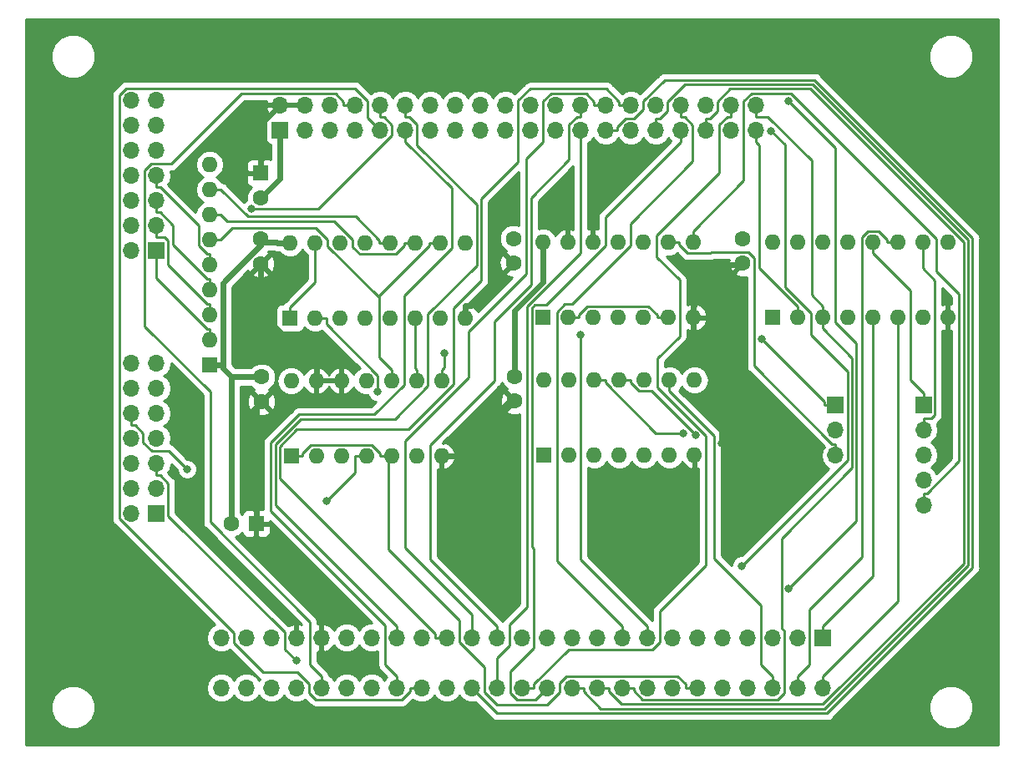
<source format=gbl>
G04 #@! TF.GenerationSoftware,KiCad,Pcbnew,(5.0.0-3-g5ebb6b6)*
G04 #@! TF.CreationDate,2019-10-05T19:23:03+09:00*
G04 #@! TF.ProjectId,KZ80-MSXCTRG,4B5A38302D4D5358435452472E6B6963,rev?*
G04 #@! TF.SameCoordinates,Original*
G04 #@! TF.FileFunction,Copper,L2,Bot,Signal*
G04 #@! TF.FilePolarity,Positive*
%FSLAX46Y46*%
G04 Gerber Fmt 4.6, Leading zero omitted, Abs format (unit mm)*
G04 Created by KiCad (PCBNEW (5.0.0-3-g5ebb6b6)) date *
%MOMM*%
%LPD*%
G01*
G04 APERTURE LIST*
G04 #@! TA.AperFunction,ComponentPad*
%ADD10C,1.600000*%
G04 #@! TD*
G04 #@! TA.AperFunction,ComponentPad*
%ADD11R,1.600000X1.600000*%
G04 #@! TD*
G04 #@! TA.AperFunction,ComponentPad*
%ADD12R,1.700000X1.700000*%
G04 #@! TD*
G04 #@! TA.AperFunction,ComponentPad*
%ADD13O,1.700000X1.700000*%
G04 #@! TD*
G04 #@! TA.AperFunction,ComponentPad*
%ADD14O,1.600000X1.600000*%
G04 #@! TD*
G04 #@! TA.AperFunction,ViaPad*
%ADD15C,0.800000*%
G04 #@! TD*
G04 #@! TA.AperFunction,Conductor*
%ADD16C,0.600000*%
G04 #@! TD*
G04 #@! TA.AperFunction,Conductor*
%ADD17C,0.250000*%
G04 #@! TD*
G04 #@! TA.AperFunction,Conductor*
%ADD18C,0.254000*%
G04 #@! TD*
G04 APERTURE END LIST*
D10*
G04 #@! TO.P,C6,2*
G04 #@! TO.N,VCC*
X138570000Y-129880000D03*
D11*
G04 #@! TO.P,C6,1*
G04 #@! TO.N,GND*
X141070000Y-129880000D03*
G04 #@! TD*
G04 #@! TO.P,C5,1*
G04 #@! TO.N,GND*
X141550000Y-94330000D03*
D10*
G04 #@! TO.P,C5,2*
G04 #@! TO.N,VCC*
X141550000Y-96830000D03*
G04 #@! TD*
G04 #@! TO.P,C7,1*
G04 #@! TO.N,GND*
X167260000Y-117450000D03*
G04 #@! TO.P,C7,2*
G04 #@! TO.N,VCC*
X167260000Y-114950000D03*
G04 #@! TD*
G04 #@! TO.P,C4,2*
G04 #@! TO.N,VCC*
X167140000Y-100970000D03*
G04 #@! TO.P,C4,1*
G04 #@! TO.N,GND*
X167140000Y-103470000D03*
G04 #@! TD*
G04 #@! TO.P,C3,1*
G04 #@! TO.N,GND*
X141630000Y-117520000D03*
G04 #@! TO.P,C3,2*
G04 #@! TO.N,VCC*
X141630000Y-115020000D03*
G04 #@! TD*
G04 #@! TO.P,C2,2*
G04 #@! TO.N,VCC*
X190420000Y-100970000D03*
G04 #@! TO.P,C2,1*
G04 #@! TO.N,GND*
X190420000Y-103470000D03*
G04 #@! TD*
G04 #@! TO.P,C1,1*
G04 #@! TO.N,GND*
X141510000Y-103540000D03*
G04 #@! TO.P,C1,2*
G04 #@! TO.N,VCC*
X141510000Y-101040000D03*
G04 #@! TD*
D12*
G04 #@! TO.P,J1,1*
G04 #@! TO.N,/~CS1*
X198500000Y-141460000D03*
D13*
G04 #@! TO.P,J1,2*
G04 #@! TO.N,/~CS2*
X198500000Y-146540000D03*
G04 #@! TO.P,J1,3*
G04 #@! TO.N,/~CS12*
X195960000Y-141460000D03*
G04 #@! TO.P,J1,4*
G04 #@! TO.N,/~SLT1*
X195960000Y-146540000D03*
G04 #@! TO.P,J1,5*
G04 #@! TO.N,Net-(J1-Pad5)*
X193420000Y-141460000D03*
G04 #@! TO.P,J1,6*
G04 #@! TO.N,/~RFSH*
X193420000Y-146540000D03*
G04 #@! TO.P,J1,7*
G04 #@! TO.N,/~WAIT*
X190880000Y-141460000D03*
G04 #@! TO.P,J1,8*
G04 #@! TO.N,/~INT-S*
X190880000Y-146540000D03*
G04 #@! TO.P,J1,9*
G04 #@! TO.N,/~M1*
X188340000Y-141460000D03*
G04 #@! TO.P,J1,10*
G04 #@! TO.N,/~BUSDIR*
X188340000Y-146540000D03*
G04 #@! TO.P,J1,11*
G04 #@! TO.N,/~IORQ*
X185800000Y-141460000D03*
G04 #@! TO.P,J1,12*
G04 #@! TO.N,/~MREQ*
X185800000Y-146540000D03*
G04 #@! TO.P,J1,13*
G04 #@! TO.N,/~WR*
X183260000Y-141460000D03*
G04 #@! TO.P,J1,14*
G04 #@! TO.N,/~RD*
X183260000Y-146540000D03*
G04 #@! TO.P,J1,15*
G04 #@! TO.N,/~RESET*
X180720000Y-141460000D03*
G04 #@! TO.P,J1,16*
G04 #@! TO.N,Net-(J1-Pad16)*
X180720000Y-146540000D03*
G04 #@! TO.P,J1,17*
G04 #@! TO.N,/A9*
X178180000Y-141460000D03*
G04 #@! TO.P,J1,18*
G04 #@! TO.N,/A15*
X178180000Y-146540000D03*
G04 #@! TO.P,J1,19*
G04 #@! TO.N,/A11*
X175640000Y-141460000D03*
G04 #@! TO.P,J1,20*
G04 #@! TO.N,/A10*
X175640000Y-146540000D03*
G04 #@! TO.P,J1,21*
G04 #@! TO.N,/A7*
X173100000Y-141460000D03*
G04 #@! TO.P,J1,22*
G04 #@! TO.N,/A6*
X173100000Y-146540000D03*
G04 #@! TO.P,J1,23*
G04 #@! TO.N,/A12*
X170560000Y-141460000D03*
G04 #@! TO.P,J1,24*
G04 #@! TO.N,/A8*
X170560000Y-146540000D03*
G04 #@! TO.P,J1,25*
G04 #@! TO.N,/A14*
X168020000Y-141460000D03*
G04 #@! TO.P,J1,26*
G04 #@! TO.N,/A13*
X168020000Y-146540000D03*
G04 #@! TO.P,J1,27*
G04 #@! TO.N,/A1*
X165480000Y-141460000D03*
G04 #@! TO.P,J1,28*
G04 #@! TO.N,/A0*
X165480000Y-146540000D03*
G04 #@! TO.P,J1,29*
G04 #@! TO.N,/A3*
X162940000Y-141460000D03*
G04 #@! TO.P,J1,30*
G04 #@! TO.N,/A2*
X162940000Y-146540000D03*
G04 #@! TO.P,J1,31*
G04 #@! TO.N,/A5*
X160400000Y-141460000D03*
G04 #@! TO.P,J1,32*
G04 #@! TO.N,/A4*
X160400000Y-146540000D03*
G04 #@! TO.P,J1,33*
G04 #@! TO.N,/D1*
X157860000Y-141460000D03*
G04 #@! TO.P,J1,34*
G04 #@! TO.N,/D0*
X157860000Y-146540000D03*
G04 #@! TO.P,J1,35*
G04 #@! TO.N,/D3*
X155320000Y-141460000D03*
G04 #@! TO.P,J1,36*
G04 #@! TO.N,/D2*
X155320000Y-146540000D03*
G04 #@! TO.P,J1,37*
G04 #@! TO.N,/D5*
X152780000Y-141460000D03*
G04 #@! TO.P,J1,38*
G04 #@! TO.N,/D4*
X152780000Y-146540000D03*
G04 #@! TO.P,J1,39*
G04 #@! TO.N,/D7*
X150240000Y-141460000D03*
G04 #@! TO.P,J1,40*
G04 #@! TO.N,/D6*
X150240000Y-146540000D03*
G04 #@! TO.P,J1,41*
G04 #@! TO.N,GND*
X147700000Y-141460000D03*
G04 #@! TO.P,J1,42*
G04 #@! TO.N,/CLK*
X147700000Y-146540000D03*
G04 #@! TO.P,J1,43*
G04 #@! TO.N,GND*
X145160000Y-141460000D03*
G04 #@! TO.P,J1,44*
G04 #@! TO.N,/SW1*
X145160000Y-146540000D03*
G04 #@! TO.P,J1,45*
G04 #@! TO.N,VCC*
X142620000Y-141460000D03*
G04 #@! TO.P,J1,46*
G04 #@! TO.N,/SW2*
X142620000Y-146540000D03*
G04 #@! TO.P,J1,47*
G04 #@! TO.N,VCC*
X140080000Y-141460000D03*
G04 #@! TO.P,J1,48*
G04 #@! TO.N,/+12V*
X140080000Y-146540000D03*
G04 #@! TO.P,J1,49*
G04 #@! TO.N,Net-(J1-Pad49)*
X137540000Y-141460000D03*
G04 #@! TO.P,J1,50*
G04 #@! TO.N,/-12V*
X137540000Y-146540000D03*
G04 #@! TD*
D12*
G04 #@! TO.P,JP1,1*
G04 #@! TO.N,/~INT*
X199820000Y-117890000D03*
D13*
G04 #@! TO.P,JP1,2*
G04 #@! TO.N,/~INT-S*
X199820000Y-120430000D03*
G04 #@! TO.P,JP1,3*
G04 #@! TO.N,Net-(JP1-Pad3)*
X199820000Y-122970000D03*
G04 #@! TD*
D12*
G04 #@! TO.P,J3,1*
G04 #@! TO.N,/~SLT0*
X208720000Y-117840000D03*
D13*
G04 #@! TO.P,J3,2*
G04 #@! TO.N,/~SLT2*
X208720000Y-120380000D03*
G04 #@! TO.P,J3,3*
G04 #@! TO.N,/~SLT3*
X208720000Y-122920000D03*
G04 #@! TO.P,J3,4*
G04 #@! TO.N,Net-(J3-Pad4)*
X208720000Y-125460000D03*
G04 #@! TO.P,J3,5*
G04 #@! TO.N,/INT-J*
X208720000Y-128000000D03*
G04 #@! TD*
G04 #@! TO.P,J5,14*
G04 #@! TO.N,Net-(J5-Pad14)*
X128430000Y-86960000D03*
G04 #@! TO.P,J5,13*
G04 #@! TO.N,Net-(J5-Pad13)*
X130970000Y-86960000D03*
G04 #@! TO.P,J5,12*
G04 #@! TO.N,/PC7*
X128430000Y-89500000D03*
G04 #@! TO.P,J5,11*
G04 #@! TO.N,/PC6*
X130970000Y-89500000D03*
G04 #@! TO.P,J5,10*
G04 #@! TO.N,/PC5*
X128430000Y-92040000D03*
G04 #@! TO.P,J5,9*
G04 #@! TO.N,/PC4*
X130970000Y-92040000D03*
G04 #@! TO.P,J5,8*
G04 #@! TO.N,/PA7*
X128430000Y-94580000D03*
G04 #@! TO.P,J5,7*
G04 #@! TO.N,/PA6*
X130970000Y-94580000D03*
G04 #@! TO.P,J5,6*
G04 #@! TO.N,/PA5*
X128430000Y-97120000D03*
G04 #@! TO.P,J5,5*
G04 #@! TO.N,/PA4*
X130970000Y-97120000D03*
G04 #@! TO.P,J5,4*
G04 #@! TO.N,/PA3*
X128430000Y-99660000D03*
G04 #@! TO.P,J5,3*
G04 #@! TO.N,/PA2*
X130970000Y-99660000D03*
G04 #@! TO.P,J5,2*
G04 #@! TO.N,/PA1*
X128430000Y-102200000D03*
D12*
G04 #@! TO.P,J5,1*
G04 #@! TO.N,/PA0*
X130970000Y-102200000D03*
G04 #@! TD*
G04 #@! TO.P,J4,1*
G04 #@! TO.N,/~RD*
X130970000Y-128870000D03*
D13*
G04 #@! TO.P,J4,2*
G04 #@! TO.N,/~WR*
X128430000Y-128870000D03*
G04 #@! TO.P,J4,3*
G04 #@! TO.N,/~IORQ*
X130970000Y-126330000D03*
G04 #@! TO.P,J4,4*
G04 #@! TO.N,/~MREQ*
X128430000Y-126330000D03*
G04 #@! TO.P,J4,5*
G04 #@! TO.N,/~M1*
X130970000Y-123790000D03*
G04 #@! TO.P,J4,6*
G04 #@! TO.N,/~RESET*
X128430000Y-123790000D03*
G04 #@! TO.P,J4,7*
G04 #@! TO.N,/~BUSR*
X130970000Y-121250000D03*
G04 #@! TO.P,J4,8*
G04 #@! TO.N,/~BUSA*
X128430000Y-121250000D03*
G04 #@! TO.P,J4,9*
G04 #@! TO.N,/~NMI*
X130970000Y-118710000D03*
G04 #@! TO.P,J4,10*
G04 #@! TO.N,/~INT*
X128430000Y-118710000D03*
G04 #@! TO.P,J4,11*
G04 #@! TO.N,/~RFSH*
X130970000Y-116170000D03*
G04 #@! TO.P,J4,12*
G04 #@! TO.N,/~WAIT*
X128430000Y-116170000D03*
G04 #@! TO.P,J4,13*
G04 #@! TO.N,/~HALT*
X130970000Y-113630000D03*
G04 #@! TO.P,J4,14*
G04 #@! TO.N,Net-(J4-Pad14)*
X128430000Y-113630000D03*
G04 #@! TD*
D12*
G04 #@! TO.P,J2,1*
G04 #@! TO.N,VCC*
X143500000Y-90000000D03*
D13*
G04 #@! TO.P,J2,2*
G04 #@! TO.N,GND*
X143500000Y-87460000D03*
G04 #@! TO.P,J2,3*
G04 #@! TO.N,VCC*
X146040000Y-90000000D03*
G04 #@! TO.P,J2,4*
G04 #@! TO.N,GND*
X146040000Y-87460000D03*
G04 #@! TO.P,J2,5*
G04 #@! TO.N,Net-(J2-Pad5)*
X148580000Y-90000000D03*
G04 #@! TO.P,J2,6*
G04 #@! TO.N,Net-(J2-Pad6)*
X148580000Y-87460000D03*
G04 #@! TO.P,J2,7*
G04 #@! TO.N,Net-(J2-Pad7)*
X151120000Y-90000000D03*
G04 #@! TO.P,J2,8*
G04 #@! TO.N,/CLK*
X151120000Y-87460000D03*
G04 #@! TO.P,J2,9*
G04 #@! TO.N,/D0*
X153660000Y-90000000D03*
G04 #@! TO.P,J2,10*
G04 #@! TO.N,/D1*
X153660000Y-87460000D03*
G04 #@! TO.P,J2,11*
G04 #@! TO.N,/D2*
X156200000Y-90000000D03*
G04 #@! TO.P,J2,12*
G04 #@! TO.N,/D3*
X156200000Y-87460000D03*
G04 #@! TO.P,J2,13*
G04 #@! TO.N,/D4*
X158740000Y-90000000D03*
G04 #@! TO.P,J2,14*
G04 #@! TO.N,/D5*
X158740000Y-87460000D03*
G04 #@! TO.P,J2,15*
G04 #@! TO.N,/D6*
X161280000Y-90000000D03*
G04 #@! TO.P,J2,16*
G04 #@! TO.N,/D7*
X161280000Y-87460000D03*
G04 #@! TO.P,J2,17*
G04 #@! TO.N,Net-(J2-Pad17)*
X163820000Y-90000000D03*
G04 #@! TO.P,J2,18*
G04 #@! TO.N,/~MEMRD*
X163820000Y-87460000D03*
G04 #@! TO.P,J2,19*
G04 #@! TO.N,Net-(J2-Pad19)*
X166360000Y-90000000D03*
G04 #@! TO.P,J2,20*
G04 #@! TO.N,/~MEMWR*
X166360000Y-87460000D03*
G04 #@! TO.P,J2,21*
G04 #@! TO.N,/RES*
X168900000Y-90000000D03*
G04 #@! TO.P,J2,22*
G04 #@! TO.N,Net-(J2-Pad22)*
X168900000Y-87460000D03*
G04 #@! TO.P,J2,23*
G04 #@! TO.N,/INT*
X171440000Y-90000000D03*
G04 #@! TO.P,J2,24*
G04 #@! TO.N,Net-(J2-Pad24)*
X171440000Y-87460000D03*
G04 #@! TO.P,J2,25*
G04 #@! TO.N,/A0*
X173980000Y-90000000D03*
G04 #@! TO.P,J2,26*
G04 #@! TO.N,/A1*
X173980000Y-87460000D03*
G04 #@! TO.P,J2,27*
G04 #@! TO.N,/A2*
X176520000Y-90000000D03*
G04 #@! TO.P,J2,28*
G04 #@! TO.N,/A3*
X176520000Y-87460000D03*
G04 #@! TO.P,J2,29*
G04 #@! TO.N,/A4*
X179060000Y-90000000D03*
G04 #@! TO.P,J2,30*
G04 #@! TO.N,/A5*
X179060000Y-87460000D03*
G04 #@! TO.P,J2,31*
G04 #@! TO.N,/A6*
X181600000Y-90000000D03*
G04 #@! TO.P,J2,32*
G04 #@! TO.N,/A7*
X181600000Y-87460000D03*
G04 #@! TO.P,J2,33*
G04 #@! TO.N,/A8*
X184140000Y-90000000D03*
G04 #@! TO.P,J2,34*
G04 #@! TO.N,/A9*
X184140000Y-87460000D03*
G04 #@! TO.P,J2,35*
G04 #@! TO.N,/A10*
X186680000Y-90000000D03*
G04 #@! TO.P,J2,36*
G04 #@! TO.N,/A11*
X186680000Y-87460000D03*
G04 #@! TO.P,J2,37*
G04 #@! TO.N,/A12*
X189220000Y-90000000D03*
G04 #@! TO.P,J2,38*
G04 #@! TO.N,/A13*
X189220000Y-87460000D03*
G04 #@! TO.P,J2,39*
G04 #@! TO.N,/A14*
X191760000Y-90000000D03*
G04 #@! TO.P,J2,40*
G04 #@! TO.N,/A15*
X191760000Y-87460000D03*
G04 #@! TD*
D11*
G04 #@! TO.P,U5,1*
G04 #@! TO.N,/~RESET*
X170140000Y-108970000D03*
D14*
G04 #@! TO.P,U5,8*
G04 #@! TO.N,/INT-J*
X185380000Y-101350000D03*
G04 #@! TO.P,U5,2*
G04 #@! TO.N,Net-(U5-Pad2)*
X172680000Y-108970000D03*
G04 #@! TO.P,U5,9*
G04 #@! TO.N,Net-(JP1-Pad3)*
X182840000Y-101350000D03*
G04 #@! TO.P,U5,3*
G04 #@! TO.N,Net-(U2-Pad1)*
X175220000Y-108970000D03*
G04 #@! TO.P,U5,10*
G04 #@! TO.N,Net-(JP1-Pad3)*
X180300000Y-101350000D03*
G04 #@! TO.P,U5,4*
G04 #@! TO.N,Net-(U2-Pad1)*
X177760000Y-108970000D03*
G04 #@! TO.P,U5,11*
G04 #@! TO.N,Net-(U5-Pad11)*
X177760000Y-101350000D03*
G04 #@! TO.P,U5,5*
G04 #@! TO.N,Net-(U3-Pad8)*
X180300000Y-108970000D03*
G04 #@! TO.P,U5,12*
G04 #@! TO.N,GND*
X175220000Y-101350000D03*
G04 #@! TO.P,U5,6*
G04 #@! TO.N,Net-(U5-Pad2)*
X182840000Y-108970000D03*
G04 #@! TO.P,U5,13*
G04 #@! TO.N,GND*
X172680000Y-101350000D03*
G04 #@! TO.P,U5,7*
X185380000Y-108970000D03*
G04 #@! TO.P,U5,14*
G04 #@! TO.N,VCC*
X170140000Y-101350000D03*
G04 #@! TD*
G04 #@! TO.P,U4,14*
G04 #@! TO.N,VCC*
X170260000Y-115330000D03*
G04 #@! TO.P,U4,7*
G04 #@! TO.N,GND*
X185500000Y-122950000D03*
G04 #@! TO.P,U4,13*
G04 #@! TO.N,/~SLT3*
X172800000Y-115330000D03*
G04 #@! TO.P,U4,6*
G04 #@! TO.N,/~CS12*
X182960000Y-122950000D03*
G04 #@! TO.P,U4,12*
G04 #@! TO.N,/~SLT3*
X175340000Y-115330000D03*
G04 #@! TO.P,U4,5*
G04 #@! TO.N,Net-(U4-Pad3)*
X180420000Y-122950000D03*
G04 #@! TO.P,U4,11*
G04 #@! TO.N,Net-(J3-Pad4)*
X177880000Y-115330000D03*
G04 #@! TO.P,U4,4*
G04 #@! TO.N,Net-(U4-Pad3)*
X177880000Y-122950000D03*
G04 #@! TO.P,U4,10*
G04 #@! TO.N,/~RFSH*
X180420000Y-115330000D03*
G04 #@! TO.P,U4,3*
G04 #@! TO.N,Net-(U4-Pad3)*
X175340000Y-122950000D03*
G04 #@! TO.P,U4,9*
G04 #@! TO.N,/~RFSH*
X182960000Y-115330000D03*
G04 #@! TO.P,U4,2*
G04 #@! TO.N,/~CS2*
X172800000Y-122950000D03*
G04 #@! TO.P,U4,8*
G04 #@! TO.N,Net-(U3-Pad2)*
X185500000Y-115330000D03*
D11*
G04 #@! TO.P,U4,1*
G04 #@! TO.N,/~CS1*
X170260000Y-122950000D03*
G04 #@! TD*
G04 #@! TO.P,U3,1*
G04 #@! TO.N,/~MREQ*
X144630000Y-123020000D03*
D14*
G04 #@! TO.P,U3,8*
G04 #@! TO.N,Net-(U3-Pad8)*
X159870000Y-115400000D03*
G04 #@! TO.P,U3,2*
G04 #@! TO.N,Net-(U3-Pad2)*
X147170000Y-123020000D03*
G04 #@! TO.P,U3,9*
G04 #@! TO.N,/PA0*
X157330000Y-115400000D03*
G04 #@! TO.P,U3,3*
G04 #@! TO.N,Net-(U1-Pad15)*
X149710000Y-123020000D03*
G04 #@! TO.P,U3,10*
G04 #@! TO.N,/PA1*
X154790000Y-115400000D03*
G04 #@! TO.P,U3,4*
G04 #@! TO.N,/~RD*
X152250000Y-123020000D03*
G04 #@! TO.P,U3,11*
G04 #@! TO.N,Net-(U3-Pad11)*
X152250000Y-115400000D03*
G04 #@! TO.P,U3,5*
G04 #@! TO.N,/~MREQ*
X154790000Y-123020000D03*
G04 #@! TO.P,U3,12*
G04 #@! TO.N,GND*
X149710000Y-115400000D03*
G04 #@! TO.P,U3,6*
G04 #@! TO.N,Net-(U1-Pad1)*
X157330000Y-123020000D03*
G04 #@! TO.P,U3,13*
G04 #@! TO.N,GND*
X147170000Y-115400000D03*
G04 #@! TO.P,U3,7*
X159870000Y-123020000D03*
G04 #@! TO.P,U3,14*
G04 #@! TO.N,VCC*
X144630000Y-115400000D03*
G04 #@! TD*
G04 #@! TO.P,U2,16*
G04 #@! TO.N,VCC*
X144510000Y-101420000D03*
G04 #@! TO.P,U2,8*
G04 #@! TO.N,GND*
X162290000Y-109040000D03*
G04 #@! TO.P,U2,15*
G04 #@! TO.N,Net-(U2-Pad1)*
X147050000Y-101420000D03*
G04 #@! TO.P,U2,7*
G04 #@! TO.N,Net-(U1-Pad14)*
X159750000Y-109040000D03*
G04 #@! TO.P,U2,14*
G04 #@! TO.N,/A14*
X149590000Y-101420000D03*
G04 #@! TO.P,U2,6*
G04 #@! TO.N,/PA0*
X157210000Y-109040000D03*
G04 #@! TO.P,U2,13*
G04 #@! TO.N,/PA7*
X152130000Y-101420000D03*
G04 #@! TO.P,U2,5*
G04 #@! TO.N,/PA2*
X154670000Y-109040000D03*
G04 #@! TO.P,U2,12*
G04 #@! TO.N,/PA5*
X154670000Y-101420000D03*
G04 #@! TO.P,U2,4*
G04 #@! TO.N,/PA4*
X152130000Y-109040000D03*
G04 #@! TO.P,U2,11*
G04 #@! TO.N,/PA3*
X157210000Y-101420000D03*
G04 #@! TO.P,U2,3*
G04 #@! TO.N,/PA6*
X149590000Y-109040000D03*
G04 #@! TO.P,U2,10*
G04 #@! TO.N,/PA1*
X159750000Y-101420000D03*
G04 #@! TO.P,U2,2*
G04 #@! TO.N,/A15*
X147050000Y-109040000D03*
G04 #@! TO.P,U2,9*
G04 #@! TO.N,Net-(U1-Pad13)*
X162290000Y-101420000D03*
D11*
G04 #@! TO.P,U2,1*
G04 #@! TO.N,Net-(U2-Pad1)*
X144510000Y-109040000D03*
G04 #@! TD*
G04 #@! TO.P,U1,1*
G04 #@! TO.N,Net-(U1-Pad1)*
X193420000Y-108970000D03*
D14*
G04 #@! TO.P,U1,9*
G04 #@! TO.N,/~SLT3*
X211200000Y-101350000D03*
G04 #@! TO.P,U1,2*
G04 #@! TO.N,/A14*
X195960000Y-108970000D03*
G04 #@! TO.P,U1,10*
G04 #@! TO.N,/~SLT2*
X208660000Y-101350000D03*
G04 #@! TO.P,U1,3*
G04 #@! TO.N,/A15*
X198500000Y-108970000D03*
G04 #@! TO.P,U1,11*
G04 #@! TO.N,/~SLT1*
X206120000Y-101350000D03*
G04 #@! TO.P,U1,4*
G04 #@! TO.N,/~CS0*
X201040000Y-108970000D03*
G04 #@! TO.P,U1,12*
G04 #@! TO.N,/~SLT0*
X203580000Y-101350000D03*
G04 #@! TO.P,U1,5*
G04 #@! TO.N,/~CS1*
X203580000Y-108970000D03*
G04 #@! TO.P,U1,13*
G04 #@! TO.N,Net-(U1-Pad13)*
X201040000Y-101350000D03*
G04 #@! TO.P,U1,6*
G04 #@! TO.N,/~CS2*
X206120000Y-108970000D03*
G04 #@! TO.P,U1,14*
G04 #@! TO.N,Net-(U1-Pad14)*
X198500000Y-101350000D03*
G04 #@! TO.P,U1,7*
G04 #@! TO.N,Net-(U1-Pad7)*
X208660000Y-108970000D03*
G04 #@! TO.P,U1,15*
G04 #@! TO.N,Net-(U1-Pad15)*
X195960000Y-101350000D03*
G04 #@! TO.P,U1,8*
G04 #@! TO.N,GND*
X211200000Y-108970000D03*
G04 #@! TO.P,U1,16*
G04 #@! TO.N,VCC*
X193420000Y-101350000D03*
G04 #@! TD*
D11*
G04 #@! TO.P,RN1,1*
G04 #@! TO.N,VCC*
X136370000Y-113790000D03*
D14*
G04 #@! TO.P,RN1,2*
G04 #@! TO.N,/PA0*
X136370000Y-111250000D03*
G04 #@! TO.P,RN1,3*
G04 #@! TO.N,/PA2*
X136370000Y-108710000D03*
G04 #@! TO.P,RN1,4*
G04 #@! TO.N,/PA4*
X136370000Y-106170000D03*
G04 #@! TO.P,RN1,5*
G04 #@! TO.N,/PA6*
X136370000Y-103630000D03*
G04 #@! TO.P,RN1,6*
G04 #@! TO.N,/PA1*
X136370000Y-101090000D03*
G04 #@! TO.P,RN1,7*
G04 #@! TO.N,/PA3*
X136370000Y-98550000D03*
G04 #@! TO.P,RN1,8*
G04 #@! TO.N,/PA5*
X136370000Y-96010000D03*
G04 #@! TO.P,RN1,9*
G04 #@! TO.N,/PA7*
X136370000Y-93470000D03*
G04 #@! TD*
D15*
G04 #@! TO.N,/~SLT3*
X184380900Y-120712200D03*
G04 #@! TO.N,/A15*
X153394400Y-116525400D03*
G04 #@! TO.N,GND*
X185443000Y-103632200D03*
X188252100Y-121788400D03*
X211000000Y-121000000D03*
X208000000Y-86000000D03*
X121500000Y-88000000D03*
X122500000Y-143500000D03*
X209500000Y-143500000D03*
G04 #@! TO.N,Net-(U3-Pad8)*
X160139500Y-112577700D03*
G04 #@! TO.N,/~RD*
X148222100Y-127617100D03*
G04 #@! TO.N,Net-(J3-Pad4)*
X185606700Y-120934700D03*
G04 #@! TO.N,/~RESET*
X173925400Y-110732300D03*
G04 #@! TO.N,/D1*
X140636700Y-97985000D03*
G04 #@! TO.N,/A7*
X195048800Y-136513900D03*
X195030000Y-87019300D03*
G04 #@! TO.N,/A12*
X190308300Y-134165100D03*
X193294000Y-90068600D03*
G04 #@! TO.N,/~M1*
X145138500Y-143797900D03*
G04 #@! TO.N,/~INT*
X192296000Y-111180900D03*
X134078900Y-124369500D03*
G04 #@! TD*
D16*
G04 #@! TO.N,VCC*
X141821300Y-101351200D02*
X143140900Y-101351200D01*
X143140900Y-101351200D02*
X143209700Y-101420000D01*
X141510000Y-101040000D02*
X141821300Y-101351200D01*
X141821300Y-101351200D02*
X137676400Y-105496100D01*
X137676400Y-105496100D02*
X137676400Y-113790000D01*
X137676400Y-113790000D02*
X137676400Y-114126400D01*
X137676400Y-114126400D02*
X138570000Y-115020000D01*
X137670300Y-113790000D02*
X137676400Y-113790000D01*
X138570000Y-115020000D02*
X138570000Y-129880000D01*
X138570000Y-115020000D02*
X141630000Y-115020000D01*
X136370000Y-113790000D02*
X137670300Y-113790000D01*
X167260000Y-114950000D02*
X167260000Y-108249800D01*
X167260000Y-108249800D02*
X170140000Y-105369800D01*
X170140000Y-105369800D02*
X170140000Y-101350000D01*
X143500000Y-90000000D02*
X143500000Y-94880000D01*
X143500000Y-94880000D02*
X141550000Y-96830000D01*
X144510000Y-101420000D02*
X143209700Y-101420000D01*
D17*
G04 #@! TO.N,/PA0*
X136370000Y-111250000D02*
X136370000Y-110124700D01*
X136370000Y-110124700D02*
X136088700Y-110124700D01*
X136088700Y-110124700D02*
X130970000Y-105006000D01*
X130970000Y-105006000D02*
X130970000Y-102200000D01*
X157210000Y-110165300D02*
X157210000Y-114154700D01*
X157210000Y-114154700D02*
X157330000Y-114274700D01*
X157210000Y-109040000D02*
X157210000Y-110165300D01*
X157330000Y-115400000D02*
X157330000Y-114274700D01*
G04 #@! TO.N,/PA2*
X130970000Y-99660000D02*
X130970000Y-100835300D01*
X136370000Y-108710000D02*
X136370000Y-107584700D01*
X136370000Y-107584700D02*
X136088700Y-107584700D01*
X136088700Y-107584700D02*
X132145300Y-103641300D01*
X132145300Y-103641300D02*
X132145300Y-101202500D01*
X132145300Y-101202500D02*
X131778100Y-100835300D01*
X131778100Y-100835300D02*
X130970000Y-100835300D01*
G04 #@! TO.N,/PA4*
X130970000Y-97120000D02*
X130970000Y-98295300D01*
X136370000Y-106170000D02*
X136370000Y-105044700D01*
X136370000Y-105044700D02*
X136088700Y-105044700D01*
X136088700Y-105044700D02*
X132668600Y-101624600D01*
X132668600Y-101624600D02*
X132668600Y-99626600D01*
X132668600Y-99626600D02*
X131337300Y-98295300D01*
X131337300Y-98295300D02*
X130970000Y-98295300D01*
G04 #@! TO.N,/PA6*
X130970000Y-94580000D02*
X130970000Y-95755300D01*
X136370000Y-103630000D02*
X136370000Y-102504700D01*
X136370000Y-102504700D02*
X136088600Y-102504700D01*
X136088600Y-102504700D02*
X135244700Y-101660800D01*
X135244700Y-101660800D02*
X135244700Y-99662700D01*
X135244700Y-99662700D02*
X131337300Y-95755300D01*
X131337300Y-95755300D02*
X130970000Y-95755300D01*
G04 #@! TO.N,/PA1*
X153428700Y-106856200D02*
X148341800Y-101769400D01*
X148341800Y-101769400D02*
X148341800Y-101101900D01*
X148341800Y-101101900D02*
X147151000Y-99911100D01*
X147151000Y-99911100D02*
X138674200Y-99911100D01*
X138674200Y-99911100D02*
X137495300Y-101090000D01*
X154790000Y-114274700D02*
X153529500Y-113014200D01*
X153529500Y-113014200D02*
X153529500Y-106957100D01*
X153529500Y-106957100D02*
X153428700Y-106856200D01*
X158624700Y-101420000D02*
X158624700Y-101660200D01*
X158624700Y-101660200D02*
X153428700Y-106856200D01*
X159750000Y-101420000D02*
X158624700Y-101420000D01*
X154790000Y-115400000D02*
X154790000Y-114274700D01*
X136370000Y-101090000D02*
X137495300Y-101090000D01*
G04 #@! TO.N,/PA3*
X157210000Y-101420000D02*
X156084700Y-101420000D01*
X136370000Y-98550000D02*
X137495300Y-98550000D01*
X137495300Y-98550000D02*
X138138900Y-99193600D01*
X138138900Y-99193600D02*
X148957800Y-99193600D01*
X148957800Y-99193600D02*
X150860000Y-101095800D01*
X150860000Y-101095800D02*
X150860000Y-101820700D01*
X150860000Y-101820700D02*
X151584600Y-102545300D01*
X151584600Y-102545300D02*
X155240800Y-102545300D01*
X155240800Y-102545300D02*
X156084700Y-101701400D01*
X156084700Y-101701400D02*
X156084700Y-101420000D01*
G04 #@! TO.N,/PA5*
X137495300Y-96010000D02*
X140228500Y-98743200D01*
X140228500Y-98743200D02*
X151149200Y-98743200D01*
X151149200Y-98743200D02*
X153544700Y-101138700D01*
X153544700Y-101138700D02*
X153544700Y-101420000D01*
X154670000Y-101420000D02*
X153544700Y-101420000D01*
X136370000Y-96010000D02*
X137495300Y-96010000D01*
G04 #@! TO.N,/~SLT3*
X175340000Y-115330000D02*
X176465300Y-115330000D01*
X184380900Y-120712200D02*
X181566200Y-120712200D01*
X181566200Y-120712200D02*
X176465300Y-115611300D01*
X176465300Y-115611300D02*
X176465300Y-115330000D01*
G04 #@! TO.N,/A14*
X191760000Y-90000000D02*
X191760000Y-91175300D01*
X195960000Y-108970000D02*
X195960000Y-107844700D01*
X195960000Y-107844700D02*
X192110000Y-103994700D01*
X192110000Y-103994700D02*
X192110000Y-91525300D01*
X192110000Y-91525300D02*
X191760000Y-91175300D01*
G04 #@! TO.N,/~SLT2*
X208660000Y-102475300D02*
X208660000Y-103986200D01*
X208660000Y-103986200D02*
X209895300Y-105221500D01*
X209895300Y-105221500D02*
X209895300Y-118837500D01*
X209895300Y-118837500D02*
X209528100Y-119204700D01*
X209528100Y-119204700D02*
X208720000Y-119204700D01*
X208720000Y-120380000D02*
X208720000Y-119204700D01*
X208660000Y-101350000D02*
X208660000Y-102475300D01*
G04 #@! TO.N,/A15*
X148175300Y-109040000D02*
X148175300Y-109665400D01*
X148175300Y-109665400D02*
X153394400Y-114884500D01*
X153394400Y-114884500D02*
X153394400Y-116525400D01*
X147050000Y-109040000D02*
X148175300Y-109040000D01*
X178180000Y-146540000D02*
X179355300Y-146540000D01*
X198500000Y-108970000D02*
X198500000Y-110095300D01*
X198500000Y-110095300D02*
X201482400Y-113077700D01*
X201482400Y-113077700D02*
X201482400Y-124244800D01*
X201482400Y-124244800D02*
X194323400Y-131403800D01*
X194323400Y-131403800D02*
X194323400Y-140463200D01*
X194323400Y-140463200D02*
X194629800Y-140769600D01*
X194629800Y-140769600D02*
X194629800Y-147084900D01*
X194629800Y-147084900D02*
X193976500Y-147738200D01*
X193976500Y-147738200D02*
X180239300Y-147738200D01*
X180239300Y-147738200D02*
X179355300Y-146854200D01*
X179355300Y-146854200D02*
X179355300Y-146540000D01*
X198500000Y-108695200D02*
X198500000Y-108970000D01*
X198500000Y-108695200D02*
X198500000Y-107844700D01*
X191760000Y-87460000D02*
X191760000Y-88635300D01*
X198500000Y-107844700D02*
X197374700Y-106719400D01*
X197374700Y-106719400D02*
X197374700Y-93074700D01*
X197374700Y-93074700D02*
X192935300Y-88635300D01*
X192935300Y-88635300D02*
X191760000Y-88635300D01*
G04 #@! TO.N,/~SLT1*
X195960000Y-146540000D02*
X195960000Y-145364700D01*
X206120000Y-101350000D02*
X204994700Y-101350000D01*
X204994700Y-101350000D02*
X204994700Y-101068700D01*
X204994700Y-101068700D02*
X204148900Y-100222900D01*
X204148900Y-100222900D02*
X203089100Y-100222900D01*
X203089100Y-100222900D02*
X202454700Y-100857300D01*
X202454700Y-100857300D02*
X202454700Y-133300700D01*
X202454700Y-133300700D02*
X197135300Y-138620100D01*
X197135300Y-138620100D02*
X197135300Y-144189400D01*
X197135300Y-144189400D02*
X195960000Y-145364700D01*
G04 #@! TO.N,/~SLT0*
X208720000Y-117840000D02*
X208720000Y-116664700D01*
X203580000Y-101350000D02*
X203580000Y-102475300D01*
X203580000Y-102475300D02*
X207390000Y-106285300D01*
X207390000Y-106285300D02*
X207390000Y-115334700D01*
X207390000Y-115334700D02*
X208720000Y-116664700D01*
G04 #@! TO.N,/~CS1*
X198500000Y-141460000D02*
X198500000Y-140284700D01*
X203580000Y-108970000D02*
X203580000Y-135204700D01*
X203580000Y-135204700D02*
X198500000Y-140284700D01*
G04 #@! TO.N,/~CS2*
X206120000Y-108970000D02*
X206120000Y-137744700D01*
X206120000Y-137744700D02*
X198500000Y-145364700D01*
X198500000Y-146540000D02*
X198500000Y-145364700D01*
D16*
G04 #@! TO.N,GND*
X162290000Y-109040000D02*
X162290000Y-107739700D01*
X167140000Y-103470000D02*
X162870300Y-107739700D01*
X162870300Y-107739700D02*
X162290000Y-107739700D01*
X159870000Y-123020000D02*
X161170300Y-123020000D01*
X167260000Y-117450000D02*
X166740300Y-117450000D01*
X166740300Y-117450000D02*
X161170300Y-123020000D01*
X188252100Y-121788400D02*
X188252100Y-113142400D01*
X188252100Y-113142400D02*
X185380000Y-110270300D01*
X185380000Y-107822600D02*
X185443000Y-107759600D01*
X185443000Y-107759600D02*
X185443000Y-103632200D01*
X185443000Y-103632200D02*
X190257800Y-103632200D01*
X190257800Y-103632200D02*
X190420000Y-103470000D01*
X185380000Y-108970000D02*
X185380000Y-107822600D01*
X141630000Y-117520000D02*
X141070000Y-118080000D01*
X141070000Y-118080000D02*
X141070000Y-128579700D01*
X141550000Y-94330000D02*
X141550000Y-89410000D01*
X141550000Y-89410000D02*
X143500000Y-87460000D01*
X147170000Y-114099700D02*
X141510000Y-108439700D01*
X141510000Y-108439700D02*
X141510000Y-103540000D01*
X141070000Y-129880000D02*
X141070000Y-128579700D01*
X147170000Y-115400000D02*
X147170000Y-114099700D01*
X185380000Y-108970000D02*
X185380000Y-110270300D01*
D17*
G04 #@! TO.N,Net-(U2-Pad1)*
X147050000Y-102432700D02*
X147050000Y-105374700D01*
X147050000Y-105374700D02*
X144510000Y-107914700D01*
X144510000Y-109040000D02*
X144510000Y-107914700D01*
X147050000Y-101420000D02*
X147050000Y-102432700D01*
G04 #@! TO.N,/~MREQ*
X185800000Y-146540000D02*
X184624700Y-146540000D01*
X154477800Y-123020000D02*
X154477800Y-132474400D01*
X154477800Y-132474400D02*
X161670000Y-139666600D01*
X161670000Y-139666600D02*
X161670000Y-141886700D01*
X161670000Y-141886700D02*
X164210000Y-144426700D01*
X164210000Y-144426700D02*
X164210000Y-146951100D01*
X164210000Y-146951100D02*
X165509300Y-148250400D01*
X165509300Y-148250400D02*
X170565100Y-148250400D01*
X170565100Y-148250400D02*
X171830000Y-146985500D01*
X171830000Y-146985500D02*
X171830000Y-146073700D01*
X171830000Y-146073700D02*
X172539000Y-145364700D01*
X172539000Y-145364700D02*
X183816800Y-145364700D01*
X183816800Y-145364700D02*
X184624700Y-146172600D01*
X184624700Y-146172600D02*
X184624700Y-146540000D01*
X154790000Y-123020000D02*
X154477800Y-123020000D01*
X154477700Y-123020000D02*
X153664700Y-123020000D01*
X154477700Y-123020000D02*
X154477800Y-123020000D01*
X144630000Y-123020000D02*
X145755300Y-123020000D01*
X153664700Y-123020000D02*
X153664700Y-122738700D01*
X153664700Y-122738700D02*
X152820700Y-121894700D01*
X152820700Y-121894700D02*
X146599200Y-121894700D01*
X146599200Y-121894700D02*
X145755300Y-122738600D01*
X145755300Y-122738600D02*
X145755300Y-123020000D01*
G04 #@! TO.N,Net-(U3-Pad8)*
X159870000Y-115400000D02*
X159870000Y-114274700D01*
X159870000Y-114274700D02*
X160139500Y-114005200D01*
X160139500Y-114005200D02*
X160139500Y-112577700D01*
G04 #@! TO.N,/~RD*
X151124700Y-123020000D02*
X151124700Y-124714500D01*
X151124700Y-124714500D02*
X148222100Y-127617100D01*
X152250000Y-123020000D02*
X151124700Y-123020000D01*
G04 #@! TO.N,Net-(J3-Pad4)*
X185606700Y-120934700D02*
X185606700Y-120912200D01*
X185606700Y-120912200D02*
X181149800Y-116455300D01*
X181149800Y-116455300D02*
X179849200Y-116455300D01*
X179849200Y-116455300D02*
X179005300Y-115611400D01*
X179005300Y-115611400D02*
X179005300Y-115330000D01*
X177880000Y-115330000D02*
X179005300Y-115330000D01*
G04 #@! TO.N,/~RFSH*
X193420000Y-145364700D02*
X192244700Y-144189400D01*
X192244700Y-144189400D02*
X192244700Y-138166000D01*
X192244700Y-138166000D02*
X187526700Y-133448000D01*
X187526700Y-133448000D02*
X187526700Y-121022000D01*
X187526700Y-121022000D02*
X182960000Y-116455300D01*
X193420000Y-146540000D02*
X193420000Y-145364700D01*
X182960000Y-115330000D02*
X182960000Y-116455300D01*
G04 #@! TO.N,/~RESET*
X180720000Y-141460000D02*
X180720000Y-140284700D01*
X180720000Y-140284700D02*
X173925400Y-133490100D01*
X173925400Y-133490100D02*
X173925400Y-110732300D01*
G04 #@! TO.N,Net-(U5-Pad2)*
X172680000Y-108970000D02*
X173805300Y-108970000D01*
X182840000Y-108970000D02*
X181714700Y-108970000D01*
X181714700Y-108970000D02*
X181714700Y-108753300D01*
X181714700Y-108753300D02*
X180806100Y-107844700D01*
X180806100Y-107844700D02*
X174649200Y-107844700D01*
X174649200Y-107844700D02*
X173805300Y-108688600D01*
X173805300Y-108688600D02*
X173805300Y-108970000D01*
G04 #@! TO.N,/CLK*
X147700000Y-145364700D02*
X146524700Y-144189400D01*
X146524700Y-144189400D02*
X146524700Y-139837100D01*
X146524700Y-139837100D02*
X136430100Y-129742500D01*
X136430100Y-129742500D02*
X136430100Y-116541200D01*
X136430100Y-116541200D02*
X129794600Y-109905700D01*
X129794600Y-109905700D02*
X129794600Y-94081800D01*
X129794600Y-94081800D02*
X130471800Y-93404600D01*
X130471800Y-93404600D02*
X132444400Y-93404600D01*
X132444400Y-93404600D02*
X139577400Y-86271600D01*
X139577400Y-86271600D02*
X149123600Y-86271600D01*
X149123600Y-86271600D02*
X149944700Y-87092700D01*
X149944700Y-87092700D02*
X149944700Y-87460000D01*
X147700000Y-146540000D02*
X147700000Y-145364700D01*
X151120000Y-87460000D02*
X149944700Y-87460000D01*
G04 #@! TO.N,/D0*
X157860000Y-146540000D02*
X156684700Y-146540000D01*
X153660000Y-90000000D02*
X152390000Y-88730000D01*
X152390000Y-88730000D02*
X152390000Y-87061400D01*
X152390000Y-87061400D02*
X151070600Y-85742000D01*
X151070600Y-85742000D02*
X127911300Y-85742000D01*
X127911300Y-85742000D02*
X127204000Y-86449300D01*
X127204000Y-86449300D02*
X127204000Y-129377100D01*
X127204000Y-129377100D02*
X138810000Y-140983100D01*
X138810000Y-140983100D02*
X138810000Y-141949500D01*
X138810000Y-141949500D02*
X141821000Y-144960500D01*
X141821000Y-144960500D02*
X145244700Y-144960500D01*
X145244700Y-144960500D02*
X146430000Y-146145800D01*
X146430000Y-146145800D02*
X146430000Y-147028800D01*
X146430000Y-147028800D02*
X147147700Y-147746500D01*
X147147700Y-147746500D02*
X155843500Y-147746500D01*
X155843500Y-147746500D02*
X156684700Y-146905300D01*
X156684700Y-146905300D02*
X156684700Y-146540000D01*
G04 #@! TO.N,/D1*
X153660000Y-87460000D02*
X153660000Y-88635300D01*
X153660000Y-88635300D02*
X154027300Y-88635300D01*
X154027300Y-88635300D02*
X154850600Y-89458600D01*
X154850600Y-89458600D02*
X154850600Y-90490700D01*
X154850600Y-90490700D02*
X147356300Y-97985000D01*
X147356300Y-97985000D02*
X140636700Y-97985000D01*
G04 #@! TO.N,/D2*
X155320000Y-146540000D02*
X155320000Y-145364700D01*
X156200000Y-91175300D02*
X160879800Y-95855100D01*
X160879800Y-95855100D02*
X160879800Y-101910200D01*
X160879800Y-101910200D02*
X156060000Y-106730000D01*
X156060000Y-106730000D02*
X156060000Y-115789400D01*
X156060000Y-115789400D02*
X153023900Y-118825500D01*
X153023900Y-118825500D02*
X145403000Y-118825500D01*
X145403000Y-118825500D02*
X142527200Y-121701300D01*
X142527200Y-121701300D02*
X142527200Y-128611500D01*
X142527200Y-128611500D02*
X154144700Y-140229000D01*
X154144700Y-140229000D02*
X154144700Y-144189400D01*
X154144700Y-144189400D02*
X155320000Y-145364700D01*
X156200000Y-90000000D02*
X156200000Y-91175300D01*
G04 #@! TO.N,/D3*
X156200000Y-88635300D02*
X156567400Y-88635300D01*
X156567400Y-88635300D02*
X157375300Y-89443200D01*
X157375300Y-89443200D02*
X157375300Y-91494500D01*
X157375300Y-91494500D02*
X163439300Y-97558500D01*
X163439300Y-97558500D02*
X163439300Y-103675500D01*
X163439300Y-103675500D02*
X158480000Y-108634800D01*
X158480000Y-108634800D02*
X158480000Y-115912700D01*
X158480000Y-115912700D02*
X155116900Y-119275800D01*
X155116900Y-119275800D02*
X145593700Y-119275800D01*
X145593700Y-119275800D02*
X143016900Y-121852600D01*
X143016900Y-121852600D02*
X143016900Y-127981600D01*
X143016900Y-127981600D02*
X155320000Y-140284700D01*
X156200000Y-87460000D02*
X156200000Y-88635300D01*
X155320000Y-141460000D02*
X155320000Y-140284700D01*
G04 #@! TO.N,/A0*
X173980000Y-90000000D02*
X173980000Y-102414200D01*
X173980000Y-102414200D02*
X168546600Y-107847600D01*
X168546600Y-107847600D02*
X168546600Y-138337700D01*
X168546600Y-138337700D02*
X166750000Y-140134300D01*
X166750000Y-140134300D02*
X166750000Y-142279300D01*
X166750000Y-142279300D02*
X165480000Y-143549300D01*
X165480000Y-143549300D02*
X165480000Y-146540000D01*
G04 #@! TO.N,/A1*
X165480000Y-140284700D02*
X158723900Y-133528600D01*
X158723900Y-133528600D02*
X158723900Y-121894600D01*
X158723900Y-121894600D02*
X165207800Y-115410700D01*
X165207800Y-115410700D02*
X165207800Y-109417600D01*
X165207800Y-109417600D02*
X168938800Y-105686600D01*
X168938800Y-105686600D02*
X168938800Y-96853400D01*
X168938800Y-96853400D02*
X172804700Y-92987500D01*
X172804700Y-92987500D02*
X172804700Y-89443200D01*
X172804700Y-89443200D02*
X173612600Y-88635300D01*
X173612600Y-88635300D02*
X173980000Y-88635300D01*
X173980000Y-87460000D02*
X173980000Y-88635300D01*
X165480000Y-141460000D02*
X165480000Y-140284700D01*
G04 #@! TO.N,/A2*
X162940000Y-146540000D02*
X165506500Y-149106500D01*
X165506500Y-149106500D02*
X198954300Y-149106500D01*
X198954300Y-149106500D02*
X213698200Y-134362600D01*
X213698200Y-134362600D02*
X213698200Y-100929600D01*
X213698200Y-100929600D02*
X197666700Y-84898100D01*
X197666700Y-84898100D02*
X182491200Y-84898100D01*
X182491200Y-84898100D02*
X180330000Y-87059300D01*
X180330000Y-87059300D02*
X180330000Y-87891000D01*
X180330000Y-87891000D02*
X179396300Y-88824700D01*
X179396300Y-88824700D02*
X178503200Y-88824700D01*
X178503200Y-88824700D02*
X177695300Y-89632600D01*
X177695300Y-89632600D02*
X177695300Y-90000000D01*
X176520000Y-90000000D02*
X177695300Y-90000000D01*
G04 #@! TO.N,/A3*
X176520000Y-87460000D02*
X175344700Y-87460000D01*
X175344700Y-87460000D02*
X175344700Y-87092700D01*
X175344700Y-87092700D02*
X174524100Y-86272100D01*
X174524100Y-86272100D02*
X170961700Y-86272100D01*
X170961700Y-86272100D02*
X170170000Y-87063800D01*
X170170000Y-87063800D02*
X170170000Y-91175400D01*
X170170000Y-91175400D02*
X168434000Y-92911400D01*
X168434000Y-92911400D02*
X168434000Y-104595400D01*
X168434000Y-104595400D02*
X162614000Y-110415400D01*
X162614000Y-110415400D02*
X162614000Y-115046800D01*
X162614000Y-115046800D02*
X156200000Y-121460800D01*
X156200000Y-121460800D02*
X156200000Y-132375300D01*
X156200000Y-132375300D02*
X162940000Y-139115300D01*
X162940000Y-139115300D02*
X162940000Y-141460000D01*
G04 #@! TO.N,/A5*
X177884700Y-87460000D02*
X177884700Y-87092700D01*
X177884700Y-87092700D02*
X176582000Y-85790000D01*
X176582000Y-85790000D02*
X168834600Y-85790000D01*
X168834600Y-85790000D02*
X167630000Y-86994600D01*
X167630000Y-86994600D02*
X167630000Y-93238600D01*
X167630000Y-93238600D02*
X163901400Y-96967200D01*
X163901400Y-96967200D02*
X163901400Y-105213000D01*
X163901400Y-105213000D02*
X161111100Y-108003300D01*
X161111100Y-108003300D02*
X161111100Y-115756000D01*
X161111100Y-115756000D02*
X156531600Y-120335500D01*
X156531600Y-120335500D02*
X145183300Y-120335500D01*
X145183300Y-120335500D02*
X143467400Y-122051400D01*
X143467400Y-122051400D02*
X143467400Y-125329600D01*
X143467400Y-125329600D02*
X159224700Y-141086900D01*
X159224700Y-141086900D02*
X159224700Y-141460000D01*
X160400000Y-141460000D02*
X159224700Y-141460000D01*
X179060000Y-87460000D02*
X177884700Y-87460000D01*
G04 #@! TO.N,/A6*
X174275300Y-146540000D02*
X174275300Y-146907300D01*
X174275300Y-146907300D02*
X176024200Y-148656200D01*
X176024200Y-148656200D02*
X198688100Y-148656200D01*
X198688100Y-148656200D02*
X213247900Y-134096400D01*
X213247900Y-134096400D02*
X213247900Y-101133000D01*
X213247900Y-101133000D02*
X197463300Y-85348400D01*
X197463300Y-85348400D02*
X184570300Y-85348400D01*
X184570300Y-85348400D02*
X182775300Y-87143400D01*
X182775300Y-87143400D02*
X182775300Y-88016800D01*
X182775300Y-88016800D02*
X181967400Y-88824700D01*
X181967400Y-88824700D02*
X181600000Y-88824700D01*
X173100000Y-146540000D02*
X174275300Y-146540000D01*
X181600000Y-90000000D02*
X181600000Y-88824700D01*
G04 #@! TO.N,/A7*
X195048800Y-136513900D02*
X201932700Y-129630000D01*
X201932700Y-129630000D02*
X201932700Y-111621300D01*
X201932700Y-111621300D02*
X199770000Y-109458600D01*
X199770000Y-109458600D02*
X199770000Y-91759300D01*
X199770000Y-91759300D02*
X195030000Y-87019300D01*
G04 #@! TO.N,/A8*
X184140000Y-90000000D02*
X184140000Y-91175300D01*
X184140000Y-91175300D02*
X176490000Y-98825300D01*
X176490000Y-98825300D02*
X176490000Y-101674600D01*
X176490000Y-101674600D02*
X170448600Y-107716000D01*
X170448600Y-107716000D02*
X169315100Y-107716000D01*
X169315100Y-107716000D02*
X169014600Y-108016500D01*
X169014600Y-108016500D02*
X169014600Y-132228700D01*
X169014600Y-132228700D02*
X169221100Y-132435200D01*
X169221100Y-132435200D02*
X169221100Y-142504000D01*
X169221100Y-142504000D02*
X166844300Y-144880800D01*
X166844300Y-144880800D02*
X166844300Y-147063100D01*
X166844300Y-147063100D02*
X167504700Y-147723500D01*
X167504700Y-147723500D02*
X169376500Y-147723500D01*
X169376500Y-147723500D02*
X170560000Y-146540000D01*
G04 #@! TO.N,/A9*
X178180000Y-141460000D02*
X178180000Y-140284700D01*
X184140000Y-87460000D02*
X184140000Y-88635300D01*
X184140000Y-88635300D02*
X184507300Y-88635300D01*
X184507300Y-88635300D02*
X185334000Y-89462000D01*
X185334000Y-89462000D02*
X185334000Y-93161500D01*
X185334000Y-93161500D02*
X179030000Y-99465500D01*
X179030000Y-99465500D02*
X179030000Y-101711700D01*
X179030000Y-101711700D02*
X173091700Y-107650000D01*
X173091700Y-107650000D02*
X172368900Y-107650000D01*
X172368900Y-107650000D02*
X171543600Y-108475300D01*
X171543600Y-108475300D02*
X171543600Y-133648300D01*
X171543600Y-133648300D02*
X178180000Y-140284700D01*
G04 #@! TO.N,/A10*
X176815300Y-146540000D02*
X176815300Y-146907400D01*
X176815300Y-146907400D02*
X178113800Y-148205900D01*
X178113800Y-148205900D02*
X198501500Y-148205900D01*
X198501500Y-148205900D02*
X212797600Y-133909800D01*
X212797600Y-133909800D02*
X212797600Y-101334100D01*
X212797600Y-101334100D02*
X197262200Y-85798700D01*
X197262200Y-85798700D02*
X189137200Y-85798700D01*
X189137200Y-85798700D02*
X187855300Y-87080600D01*
X187855300Y-87080600D02*
X187855300Y-88016800D01*
X187855300Y-88016800D02*
X187047400Y-88824700D01*
X187047400Y-88824700D02*
X186680000Y-88824700D01*
X186680000Y-90000000D02*
X186680000Y-88824700D01*
X175640000Y-146540000D02*
X176815300Y-146540000D01*
G04 #@! TO.N,/A12*
X193294000Y-90068600D02*
X194690000Y-91464600D01*
X194690000Y-91464600D02*
X194690000Y-105899800D01*
X194690000Y-105899800D02*
X197303900Y-108513700D01*
X197303900Y-108513700D02*
X197303900Y-110732200D01*
X197303900Y-110732200D02*
X201022600Y-114450900D01*
X201022600Y-114450900D02*
X201022600Y-123450800D01*
X201022600Y-123450800D02*
X190308300Y-134165100D01*
G04 #@! TO.N,/A13*
X168020000Y-146540000D02*
X169195300Y-146540000D01*
X189220000Y-87460000D02*
X189220000Y-88635300D01*
X189220000Y-88635300D02*
X188852600Y-88635300D01*
X188852600Y-88635300D02*
X188044700Y-89443200D01*
X188044700Y-89443200D02*
X188044700Y-94345100D01*
X188044700Y-94345100D02*
X181678500Y-100711300D01*
X181678500Y-100711300D02*
X181678500Y-102873800D01*
X181678500Y-102873800D02*
X184001500Y-105196800D01*
X184001500Y-105196800D02*
X184001500Y-110883700D01*
X184001500Y-110883700D02*
X181775700Y-113109500D01*
X181775700Y-113109500D02*
X181775700Y-116055000D01*
X181775700Y-116055000D02*
X186676900Y-120956200D01*
X186676900Y-120956200D02*
X186676900Y-134118400D01*
X186676900Y-134118400D02*
X181990000Y-138805300D01*
X181990000Y-138805300D02*
X181990000Y-141888900D01*
X181990000Y-141888900D02*
X181243500Y-142635400D01*
X181243500Y-142635400D02*
X172732600Y-142635400D01*
X172732600Y-142635400D02*
X169195300Y-146172700D01*
X169195300Y-146172700D02*
X169195300Y-146540000D01*
G04 #@! TO.N,/~M1*
X130970000Y-123790000D02*
X130970000Y-124965300D01*
X130970000Y-124965300D02*
X131337400Y-124965300D01*
X131337400Y-124965300D02*
X132145300Y-125773200D01*
X132145300Y-125773200D02*
X132145300Y-129085100D01*
X132145300Y-129085100D02*
X143976000Y-140915800D01*
X143976000Y-140915800D02*
X143976000Y-142635400D01*
X143976000Y-142635400D02*
X145138500Y-143797900D01*
G04 #@! TO.N,/~INT*
X128430000Y-119885300D02*
X128797400Y-119885300D01*
X128797400Y-119885300D02*
X129605300Y-120693200D01*
X129605300Y-120693200D02*
X129605300Y-121626000D01*
X129605300Y-121626000D02*
X130499300Y-122520000D01*
X130499300Y-122520000D02*
X132229400Y-122520000D01*
X132229400Y-122520000D02*
X134078900Y-124369500D01*
X198644700Y-117890000D02*
X198644700Y-117529600D01*
X198644700Y-117529600D02*
X192296000Y-111180900D01*
X128430000Y-118710000D02*
X128430000Y-119885300D01*
X199820000Y-117890000D02*
X198644700Y-117890000D01*
G04 #@! TO.N,/INT-J*
X208720000Y-128000000D02*
X208720000Y-126824700D01*
X185380000Y-101350000D02*
X185380000Y-100224700D01*
X185380000Y-100224700D02*
X190490000Y-95114700D01*
X190490000Y-95114700D02*
X190490000Y-87056700D01*
X190490000Y-87056700D02*
X191297600Y-86249100D01*
X191297600Y-86249100D02*
X195300900Y-86249100D01*
X195300900Y-86249100D02*
X210054400Y-101002600D01*
X210054400Y-101002600D02*
X210054400Y-104338900D01*
X210054400Y-104338900D02*
X212347300Y-106631800D01*
X212347300Y-106631800D02*
X212347300Y-123564700D01*
X212347300Y-123564700D02*
X209087300Y-126824700D01*
X209087300Y-126824700D02*
X208720000Y-126824700D01*
G04 #@! TO.N,Net-(JP1-Pad3)*
X199820000Y-122970000D02*
X199820000Y-121794700D01*
X182840000Y-101350000D02*
X183965300Y-101350000D01*
X183965300Y-101350000D02*
X183965300Y-101631300D01*
X183965300Y-101631300D02*
X184812800Y-102478800D01*
X184812800Y-102478800D02*
X187071300Y-102478800D01*
X187071300Y-102478800D02*
X187212000Y-102338100D01*
X187212000Y-102338100D02*
X190942400Y-102338100D01*
X190942400Y-102338100D02*
X191545900Y-102941600D01*
X191545900Y-102941600D02*
X191545900Y-113887900D01*
X191545900Y-113887900D02*
X199452700Y-121794700D01*
X199452700Y-121794700D02*
X199820000Y-121794700D01*
G04 #@! TD*
D18*
G04 #@! TO.N,GND*
G36*
X216290001Y-152290000D02*
X117710000Y-152290000D01*
X117710000Y-148055431D01*
X120265000Y-148055431D01*
X120265000Y-148944569D01*
X120605259Y-149766026D01*
X121233974Y-150394741D01*
X122055431Y-150735000D01*
X122944569Y-150735000D01*
X123766026Y-150394741D01*
X124394741Y-149766026D01*
X124735000Y-148944569D01*
X124735000Y-148055431D01*
X124394741Y-147233974D01*
X123766026Y-146605259D01*
X122944569Y-146265000D01*
X122055431Y-146265000D01*
X121233974Y-146605259D01*
X120605259Y-147233974D01*
X120265000Y-148055431D01*
X117710000Y-148055431D01*
X117710000Y-86449300D01*
X126429112Y-86449300D01*
X126444000Y-86524147D01*
X126444001Y-129302248D01*
X126429112Y-129377100D01*
X126488097Y-129673637D01*
X126612614Y-129859989D01*
X126656072Y-129925029D01*
X126719528Y-129967429D01*
X136872268Y-140120170D01*
X136469375Y-140389375D01*
X136141161Y-140880582D01*
X136025908Y-141460000D01*
X136141161Y-142039418D01*
X136469375Y-142530625D01*
X136960582Y-142858839D01*
X137393744Y-142945000D01*
X137686256Y-142945000D01*
X138119418Y-142858839D01*
X138434204Y-142648505D01*
X141230670Y-145444972D01*
X141273071Y-145508429D01*
X141446051Y-145624011D01*
X141350000Y-145767761D01*
X141150625Y-145469375D01*
X140659418Y-145141161D01*
X140226256Y-145055000D01*
X139933744Y-145055000D01*
X139500582Y-145141161D01*
X139009375Y-145469375D01*
X138810000Y-145767761D01*
X138610625Y-145469375D01*
X138119418Y-145141161D01*
X137686256Y-145055000D01*
X137393744Y-145055000D01*
X136960582Y-145141161D01*
X136469375Y-145469375D01*
X136141161Y-145960582D01*
X136025908Y-146540000D01*
X136141161Y-147119418D01*
X136469375Y-147610625D01*
X136960582Y-147938839D01*
X137393744Y-148025000D01*
X137686256Y-148025000D01*
X138119418Y-147938839D01*
X138610625Y-147610625D01*
X138810000Y-147312239D01*
X139009375Y-147610625D01*
X139500582Y-147938839D01*
X139933744Y-148025000D01*
X140226256Y-148025000D01*
X140659418Y-147938839D01*
X141150625Y-147610625D01*
X141350000Y-147312239D01*
X141549375Y-147610625D01*
X142040582Y-147938839D01*
X142473744Y-148025000D01*
X142766256Y-148025000D01*
X143199418Y-147938839D01*
X143690625Y-147610625D01*
X143890000Y-147312239D01*
X144089375Y-147610625D01*
X144580582Y-147938839D01*
X145013744Y-148025000D01*
X145306256Y-148025000D01*
X145739418Y-147938839D01*
X146054624Y-147728225D01*
X146557371Y-148230973D01*
X146599771Y-148294429D01*
X146851163Y-148462404D01*
X147072848Y-148506500D01*
X147072852Y-148506500D01*
X147147699Y-148521388D01*
X147222546Y-148506500D01*
X155768653Y-148506500D01*
X155843500Y-148521388D01*
X155918347Y-148506500D01*
X155918352Y-148506500D01*
X156140037Y-148462404D01*
X156391429Y-148294429D01*
X156433831Y-148230971D01*
X156948112Y-147716690D01*
X157280582Y-147938839D01*
X157713744Y-148025000D01*
X158006256Y-148025000D01*
X158439418Y-147938839D01*
X158930625Y-147610625D01*
X159130000Y-147312239D01*
X159329375Y-147610625D01*
X159820582Y-147938839D01*
X160253744Y-148025000D01*
X160546256Y-148025000D01*
X160979418Y-147938839D01*
X161470625Y-147610625D01*
X161670000Y-147312239D01*
X161869375Y-147610625D01*
X162360582Y-147938839D01*
X162793744Y-148025000D01*
X163086256Y-148025000D01*
X163306408Y-147981209D01*
X164916171Y-149590973D01*
X164958571Y-149654429D01*
X165209963Y-149822404D01*
X165431648Y-149866500D01*
X165431652Y-149866500D01*
X165506499Y-149881388D01*
X165581346Y-149866500D01*
X198879453Y-149866500D01*
X198954300Y-149881388D01*
X199029147Y-149866500D01*
X199029152Y-149866500D01*
X199250837Y-149822404D01*
X199502229Y-149654429D01*
X199544631Y-149590970D01*
X201080170Y-148055431D01*
X209265000Y-148055431D01*
X209265000Y-148944569D01*
X209605259Y-149766026D01*
X210233974Y-150394741D01*
X211055431Y-150735000D01*
X211944569Y-150735000D01*
X212766026Y-150394741D01*
X213394741Y-149766026D01*
X213735000Y-148944569D01*
X213735000Y-148055431D01*
X213394741Y-147233974D01*
X212766026Y-146605259D01*
X211944569Y-146265000D01*
X211055431Y-146265000D01*
X210233974Y-146605259D01*
X209605259Y-147233974D01*
X209265000Y-148055431D01*
X201080170Y-148055431D01*
X214182676Y-134952927D01*
X214246129Y-134910529D01*
X214288527Y-134847076D01*
X214288529Y-134847074D01*
X214378094Y-134713029D01*
X214414104Y-134659137D01*
X214458200Y-134437452D01*
X214458200Y-134437448D01*
X214473088Y-134362601D01*
X214458200Y-134287754D01*
X214458200Y-101004448D01*
X214473088Y-100929600D01*
X214458200Y-100854752D01*
X214458200Y-100854748D01*
X214414778Y-100636449D01*
X214414104Y-100633062D01*
X214288529Y-100445127D01*
X214246129Y-100381671D01*
X214182673Y-100339271D01*
X198257031Y-84413630D01*
X198214629Y-84350171D01*
X197963237Y-84182196D01*
X197741552Y-84138100D01*
X197741547Y-84138100D01*
X197666700Y-84123212D01*
X197591853Y-84138100D01*
X182566046Y-84138100D01*
X182491199Y-84123212D01*
X182416352Y-84138100D01*
X182416348Y-84138100D01*
X182194663Y-84182196D01*
X182194661Y-84182197D01*
X182194662Y-84182197D01*
X182006726Y-84307771D01*
X182006724Y-84307773D01*
X181943271Y-84350171D01*
X181900873Y-84413624D01*
X180007436Y-86307063D01*
X179639418Y-86061161D01*
X179206256Y-85975000D01*
X178913744Y-85975000D01*
X178480582Y-86061161D01*
X178149311Y-86282509D01*
X177172331Y-85305530D01*
X177129929Y-85242071D01*
X176878537Y-85074096D01*
X176656852Y-85030000D01*
X176656847Y-85030000D01*
X176582000Y-85015112D01*
X176507153Y-85030000D01*
X168909448Y-85030000D01*
X168834600Y-85015112D01*
X168759752Y-85030000D01*
X168759748Y-85030000D01*
X168586205Y-85064520D01*
X168538062Y-85074096D01*
X168421964Y-85151671D01*
X168286671Y-85242071D01*
X168244271Y-85305527D01*
X167268651Y-86281148D01*
X166939418Y-86061161D01*
X166506256Y-85975000D01*
X166213744Y-85975000D01*
X165780582Y-86061161D01*
X165289375Y-86389375D01*
X165090000Y-86687761D01*
X164890625Y-86389375D01*
X164399418Y-86061161D01*
X163966256Y-85975000D01*
X163673744Y-85975000D01*
X163240582Y-86061161D01*
X162749375Y-86389375D01*
X162550000Y-86687761D01*
X162350625Y-86389375D01*
X161859418Y-86061161D01*
X161426256Y-85975000D01*
X161133744Y-85975000D01*
X160700582Y-86061161D01*
X160209375Y-86389375D01*
X160010000Y-86687761D01*
X159810625Y-86389375D01*
X159319418Y-86061161D01*
X158886256Y-85975000D01*
X158593744Y-85975000D01*
X158160582Y-86061161D01*
X157669375Y-86389375D01*
X157470000Y-86687761D01*
X157270625Y-86389375D01*
X156779418Y-86061161D01*
X156346256Y-85975000D01*
X156053744Y-85975000D01*
X155620582Y-86061161D01*
X155129375Y-86389375D01*
X154930000Y-86687761D01*
X154730625Y-86389375D01*
X154239418Y-86061161D01*
X153806256Y-85975000D01*
X153513744Y-85975000D01*
X153080582Y-86061161D01*
X152711306Y-86307903D01*
X151660931Y-85257530D01*
X151618529Y-85194071D01*
X151367137Y-85026096D01*
X151145452Y-84982000D01*
X151145447Y-84982000D01*
X151070600Y-84967112D01*
X150995753Y-84982000D01*
X127986146Y-84982000D01*
X127911299Y-84967112D01*
X127836452Y-84982000D01*
X127836448Y-84982000D01*
X127614763Y-85026096D01*
X127363371Y-85194071D01*
X127320971Y-85257527D01*
X126719530Y-85858969D01*
X126656071Y-85901371D01*
X126488096Y-86152764D01*
X126444000Y-86374449D01*
X126444000Y-86374453D01*
X126429112Y-86449300D01*
X117710000Y-86449300D01*
X117710000Y-82055431D01*
X120265000Y-82055431D01*
X120265000Y-82944569D01*
X120605259Y-83766026D01*
X121233974Y-84394741D01*
X122055431Y-84735000D01*
X122944569Y-84735000D01*
X123766026Y-84394741D01*
X124394741Y-83766026D01*
X124735000Y-82944569D01*
X124735000Y-82055431D01*
X209265000Y-82055431D01*
X209265000Y-82944569D01*
X209605259Y-83766026D01*
X210233974Y-84394741D01*
X211055431Y-84735000D01*
X211944569Y-84735000D01*
X212766026Y-84394741D01*
X213394741Y-83766026D01*
X213735000Y-82944569D01*
X213735000Y-82055431D01*
X213394741Y-81233974D01*
X212766026Y-80605259D01*
X211944569Y-80265000D01*
X211055431Y-80265000D01*
X210233974Y-80605259D01*
X209605259Y-81233974D01*
X209265000Y-82055431D01*
X124735000Y-82055431D01*
X124394741Y-81233974D01*
X123766026Y-80605259D01*
X122944569Y-80265000D01*
X122055431Y-80265000D01*
X121233974Y-80605259D01*
X120605259Y-81233974D01*
X120265000Y-82055431D01*
X117710000Y-82055431D01*
X117710000Y-78710000D01*
X216290000Y-78710000D01*
X216290001Y-152290000D01*
X216290001Y-152290000D01*
G37*
X216290001Y-152290000D02*
X117710000Y-152290000D01*
X117710000Y-148055431D01*
X120265000Y-148055431D01*
X120265000Y-148944569D01*
X120605259Y-149766026D01*
X121233974Y-150394741D01*
X122055431Y-150735000D01*
X122944569Y-150735000D01*
X123766026Y-150394741D01*
X124394741Y-149766026D01*
X124735000Y-148944569D01*
X124735000Y-148055431D01*
X124394741Y-147233974D01*
X123766026Y-146605259D01*
X122944569Y-146265000D01*
X122055431Y-146265000D01*
X121233974Y-146605259D01*
X120605259Y-147233974D01*
X120265000Y-148055431D01*
X117710000Y-148055431D01*
X117710000Y-86449300D01*
X126429112Y-86449300D01*
X126444000Y-86524147D01*
X126444001Y-129302248D01*
X126429112Y-129377100D01*
X126488097Y-129673637D01*
X126612614Y-129859989D01*
X126656072Y-129925029D01*
X126719528Y-129967429D01*
X136872268Y-140120170D01*
X136469375Y-140389375D01*
X136141161Y-140880582D01*
X136025908Y-141460000D01*
X136141161Y-142039418D01*
X136469375Y-142530625D01*
X136960582Y-142858839D01*
X137393744Y-142945000D01*
X137686256Y-142945000D01*
X138119418Y-142858839D01*
X138434204Y-142648505D01*
X141230670Y-145444972D01*
X141273071Y-145508429D01*
X141446051Y-145624011D01*
X141350000Y-145767761D01*
X141150625Y-145469375D01*
X140659418Y-145141161D01*
X140226256Y-145055000D01*
X139933744Y-145055000D01*
X139500582Y-145141161D01*
X139009375Y-145469375D01*
X138810000Y-145767761D01*
X138610625Y-145469375D01*
X138119418Y-145141161D01*
X137686256Y-145055000D01*
X137393744Y-145055000D01*
X136960582Y-145141161D01*
X136469375Y-145469375D01*
X136141161Y-145960582D01*
X136025908Y-146540000D01*
X136141161Y-147119418D01*
X136469375Y-147610625D01*
X136960582Y-147938839D01*
X137393744Y-148025000D01*
X137686256Y-148025000D01*
X138119418Y-147938839D01*
X138610625Y-147610625D01*
X138810000Y-147312239D01*
X139009375Y-147610625D01*
X139500582Y-147938839D01*
X139933744Y-148025000D01*
X140226256Y-148025000D01*
X140659418Y-147938839D01*
X141150625Y-147610625D01*
X141350000Y-147312239D01*
X141549375Y-147610625D01*
X142040582Y-147938839D01*
X142473744Y-148025000D01*
X142766256Y-148025000D01*
X143199418Y-147938839D01*
X143690625Y-147610625D01*
X143890000Y-147312239D01*
X144089375Y-147610625D01*
X144580582Y-147938839D01*
X145013744Y-148025000D01*
X145306256Y-148025000D01*
X145739418Y-147938839D01*
X146054624Y-147728225D01*
X146557371Y-148230973D01*
X146599771Y-148294429D01*
X146851163Y-148462404D01*
X147072848Y-148506500D01*
X147072852Y-148506500D01*
X147147699Y-148521388D01*
X147222546Y-148506500D01*
X155768653Y-148506500D01*
X155843500Y-148521388D01*
X155918347Y-148506500D01*
X155918352Y-148506500D01*
X156140037Y-148462404D01*
X156391429Y-148294429D01*
X156433831Y-148230971D01*
X156948112Y-147716690D01*
X157280582Y-147938839D01*
X157713744Y-148025000D01*
X158006256Y-148025000D01*
X158439418Y-147938839D01*
X158930625Y-147610625D01*
X159130000Y-147312239D01*
X159329375Y-147610625D01*
X159820582Y-147938839D01*
X160253744Y-148025000D01*
X160546256Y-148025000D01*
X160979418Y-147938839D01*
X161470625Y-147610625D01*
X161670000Y-147312239D01*
X161869375Y-147610625D01*
X162360582Y-147938839D01*
X162793744Y-148025000D01*
X163086256Y-148025000D01*
X163306408Y-147981209D01*
X164916171Y-149590973D01*
X164958571Y-149654429D01*
X165209963Y-149822404D01*
X165431648Y-149866500D01*
X165431652Y-149866500D01*
X165506499Y-149881388D01*
X165581346Y-149866500D01*
X198879453Y-149866500D01*
X198954300Y-149881388D01*
X199029147Y-149866500D01*
X199029152Y-149866500D01*
X199250837Y-149822404D01*
X199502229Y-149654429D01*
X199544631Y-149590970D01*
X201080170Y-148055431D01*
X209265000Y-148055431D01*
X209265000Y-148944569D01*
X209605259Y-149766026D01*
X210233974Y-150394741D01*
X211055431Y-150735000D01*
X211944569Y-150735000D01*
X212766026Y-150394741D01*
X213394741Y-149766026D01*
X213735000Y-148944569D01*
X213735000Y-148055431D01*
X213394741Y-147233974D01*
X212766026Y-146605259D01*
X211944569Y-146265000D01*
X211055431Y-146265000D01*
X210233974Y-146605259D01*
X209605259Y-147233974D01*
X209265000Y-148055431D01*
X201080170Y-148055431D01*
X214182676Y-134952927D01*
X214246129Y-134910529D01*
X214288527Y-134847076D01*
X214288529Y-134847074D01*
X214378094Y-134713029D01*
X214414104Y-134659137D01*
X214458200Y-134437452D01*
X214458200Y-134437448D01*
X214473088Y-134362601D01*
X214458200Y-134287754D01*
X214458200Y-101004448D01*
X214473088Y-100929600D01*
X214458200Y-100854752D01*
X214458200Y-100854748D01*
X214414778Y-100636449D01*
X214414104Y-100633062D01*
X214288529Y-100445127D01*
X214246129Y-100381671D01*
X214182673Y-100339271D01*
X198257031Y-84413630D01*
X198214629Y-84350171D01*
X197963237Y-84182196D01*
X197741552Y-84138100D01*
X197741547Y-84138100D01*
X197666700Y-84123212D01*
X197591853Y-84138100D01*
X182566046Y-84138100D01*
X182491199Y-84123212D01*
X182416352Y-84138100D01*
X182416348Y-84138100D01*
X182194663Y-84182196D01*
X182194661Y-84182197D01*
X182194662Y-84182197D01*
X182006726Y-84307771D01*
X182006724Y-84307773D01*
X181943271Y-84350171D01*
X181900873Y-84413624D01*
X180007436Y-86307063D01*
X179639418Y-86061161D01*
X179206256Y-85975000D01*
X178913744Y-85975000D01*
X178480582Y-86061161D01*
X178149311Y-86282509D01*
X177172331Y-85305530D01*
X177129929Y-85242071D01*
X176878537Y-85074096D01*
X176656852Y-85030000D01*
X176656847Y-85030000D01*
X176582000Y-85015112D01*
X176507153Y-85030000D01*
X168909448Y-85030000D01*
X168834600Y-85015112D01*
X168759752Y-85030000D01*
X168759748Y-85030000D01*
X168586205Y-85064520D01*
X168538062Y-85074096D01*
X168421964Y-85151671D01*
X168286671Y-85242071D01*
X168244271Y-85305527D01*
X167268651Y-86281148D01*
X166939418Y-86061161D01*
X166506256Y-85975000D01*
X166213744Y-85975000D01*
X165780582Y-86061161D01*
X165289375Y-86389375D01*
X165090000Y-86687761D01*
X164890625Y-86389375D01*
X164399418Y-86061161D01*
X163966256Y-85975000D01*
X163673744Y-85975000D01*
X163240582Y-86061161D01*
X162749375Y-86389375D01*
X162550000Y-86687761D01*
X162350625Y-86389375D01*
X161859418Y-86061161D01*
X161426256Y-85975000D01*
X161133744Y-85975000D01*
X160700582Y-86061161D01*
X160209375Y-86389375D01*
X160010000Y-86687761D01*
X159810625Y-86389375D01*
X159319418Y-86061161D01*
X158886256Y-85975000D01*
X158593744Y-85975000D01*
X158160582Y-86061161D01*
X157669375Y-86389375D01*
X157470000Y-86687761D01*
X157270625Y-86389375D01*
X156779418Y-86061161D01*
X156346256Y-85975000D01*
X156053744Y-85975000D01*
X155620582Y-86061161D01*
X155129375Y-86389375D01*
X154930000Y-86687761D01*
X154730625Y-86389375D01*
X154239418Y-86061161D01*
X153806256Y-85975000D01*
X153513744Y-85975000D01*
X153080582Y-86061161D01*
X152711306Y-86307903D01*
X151660931Y-85257530D01*
X151618529Y-85194071D01*
X151367137Y-85026096D01*
X151145452Y-84982000D01*
X151145447Y-84982000D01*
X151070600Y-84967112D01*
X150995753Y-84982000D01*
X127986146Y-84982000D01*
X127911299Y-84967112D01*
X127836452Y-84982000D01*
X127836448Y-84982000D01*
X127614763Y-85026096D01*
X127363371Y-85194071D01*
X127320971Y-85257527D01*
X126719530Y-85858969D01*
X126656071Y-85901371D01*
X126488096Y-86152764D01*
X126444000Y-86374449D01*
X126444000Y-86374453D01*
X126429112Y-86449300D01*
X117710000Y-86449300D01*
X117710000Y-82055431D01*
X120265000Y-82055431D01*
X120265000Y-82944569D01*
X120605259Y-83766026D01*
X121233974Y-84394741D01*
X122055431Y-84735000D01*
X122944569Y-84735000D01*
X123766026Y-84394741D01*
X124394741Y-83766026D01*
X124735000Y-82944569D01*
X124735000Y-82055431D01*
X209265000Y-82055431D01*
X209265000Y-82944569D01*
X209605259Y-83766026D01*
X210233974Y-84394741D01*
X211055431Y-84735000D01*
X211944569Y-84735000D01*
X212766026Y-84394741D01*
X213394741Y-83766026D01*
X213735000Y-82944569D01*
X213735000Y-82055431D01*
X213394741Y-81233974D01*
X212766026Y-80605259D01*
X211944569Y-80265000D01*
X211055431Y-80265000D01*
X210233974Y-80605259D01*
X209605259Y-81233974D01*
X209265000Y-82055431D01*
X124735000Y-82055431D01*
X124394741Y-81233974D01*
X123766026Y-80605259D01*
X122944569Y-80265000D01*
X122055431Y-80265000D01*
X121233974Y-80605259D01*
X120605259Y-81233974D01*
X120265000Y-82055431D01*
X117710000Y-82055431D01*
X117710000Y-78710000D01*
X216290000Y-78710000D01*
X216290001Y-152290000D01*
G36*
X146015423Y-102454577D02*
X146290000Y-102638044D01*
X146290001Y-105059896D01*
X144025528Y-107324371D01*
X143962072Y-107366771D01*
X143919672Y-107430227D01*
X143919671Y-107430228D01*
X143811204Y-107592560D01*
X143710000Y-107592560D01*
X143462235Y-107641843D01*
X143252191Y-107782191D01*
X143111843Y-107992235D01*
X143062560Y-108240000D01*
X143062560Y-109840000D01*
X143111843Y-110087765D01*
X143252191Y-110297809D01*
X143462235Y-110438157D01*
X143710000Y-110487440D01*
X145310000Y-110487440D01*
X145557765Y-110438157D01*
X145767809Y-110297809D01*
X145908157Y-110087765D01*
X145934785Y-109953894D01*
X146015423Y-110074577D01*
X146490091Y-110391740D01*
X146908667Y-110475000D01*
X147191333Y-110475000D01*
X147609909Y-110391740D01*
X147739949Y-110304850D01*
X151566164Y-114131066D01*
X151215423Y-114365423D01*
X150959053Y-114749108D01*
X150862389Y-114544866D01*
X150447423Y-114168959D01*
X150059039Y-114008096D01*
X149837000Y-114130085D01*
X149837000Y-115273000D01*
X149857000Y-115273000D01*
X149857000Y-115527000D01*
X149837000Y-115527000D01*
X149837000Y-116669915D01*
X150059039Y-116791904D01*
X150447423Y-116631041D01*
X150862389Y-116255134D01*
X150959053Y-116050892D01*
X151215423Y-116434577D01*
X151690091Y-116751740D01*
X152108667Y-116835000D01*
X152391333Y-116835000D01*
X152401525Y-116832973D01*
X152516969Y-117111680D01*
X152808120Y-117402831D01*
X153188526Y-117560400D01*
X153214199Y-117560400D01*
X152709099Y-118065500D01*
X145477846Y-118065500D01*
X145402999Y-118050612D01*
X145328152Y-118065500D01*
X145328148Y-118065500D01*
X145106463Y-118109596D01*
X145066143Y-118136537D01*
X144918526Y-118235171D01*
X144918524Y-118235173D01*
X144855071Y-118277571D01*
X144812673Y-118341024D01*
X142042730Y-121110969D01*
X141979271Y-121153371D01*
X141811296Y-121404764D01*
X141767200Y-121626449D01*
X141767200Y-121626453D01*
X141752312Y-121701300D01*
X141767200Y-121776147D01*
X141767201Y-128445000D01*
X141355750Y-128445000D01*
X141197000Y-128603750D01*
X141197000Y-129753000D01*
X142346250Y-129753000D01*
X142470074Y-129629176D01*
X152815898Y-139975000D01*
X152633744Y-139975000D01*
X152200582Y-140061161D01*
X151709375Y-140389375D01*
X151510000Y-140687761D01*
X151310625Y-140389375D01*
X150819418Y-140061161D01*
X150386256Y-139975000D01*
X150093744Y-139975000D01*
X149660582Y-140061161D01*
X149169375Y-140389375D01*
X148956157Y-140708478D01*
X148895183Y-140578642D01*
X148466924Y-140188355D01*
X148056890Y-140018524D01*
X147827000Y-140139845D01*
X147827000Y-141333000D01*
X147847000Y-141333000D01*
X147847000Y-141587000D01*
X147827000Y-141587000D01*
X147827000Y-142780155D01*
X148056890Y-142901476D01*
X148466924Y-142731645D01*
X148895183Y-142341358D01*
X148956157Y-142211522D01*
X149169375Y-142530625D01*
X149660582Y-142858839D01*
X150093744Y-142945000D01*
X150386256Y-142945000D01*
X150819418Y-142858839D01*
X151310625Y-142530625D01*
X151510000Y-142232239D01*
X151709375Y-142530625D01*
X152200582Y-142858839D01*
X152633744Y-142945000D01*
X152926256Y-142945000D01*
X153359418Y-142858839D01*
X153384701Y-142841946D01*
X153384701Y-144114548D01*
X153369812Y-144189400D01*
X153428797Y-144485937D01*
X153547750Y-144663962D01*
X153596772Y-144737329D01*
X153660228Y-144779729D01*
X154309619Y-145429121D01*
X154249375Y-145469375D01*
X154050000Y-145767761D01*
X153850625Y-145469375D01*
X153359418Y-145141161D01*
X152926256Y-145055000D01*
X152633744Y-145055000D01*
X152200582Y-145141161D01*
X151709375Y-145469375D01*
X151510000Y-145767761D01*
X151310625Y-145469375D01*
X150819418Y-145141161D01*
X150386256Y-145055000D01*
X150093744Y-145055000D01*
X149660582Y-145141161D01*
X149169375Y-145469375D01*
X148970000Y-145767761D01*
X148770625Y-145469375D01*
X148453571Y-145257526D01*
X148415904Y-145068163D01*
X148247929Y-144816771D01*
X148184473Y-144774371D01*
X147284700Y-143874599D01*
X147284700Y-142877283D01*
X147343110Y-142901476D01*
X147573000Y-142780155D01*
X147573000Y-141587000D01*
X147553000Y-141587000D01*
X147553000Y-141333000D01*
X147573000Y-141333000D01*
X147573000Y-140139845D01*
X147343110Y-140018524D01*
X147284700Y-140042717D01*
X147284700Y-139911946D01*
X147299588Y-139837099D01*
X147284700Y-139762252D01*
X147284700Y-139762248D01*
X147240604Y-139540563D01*
X147072629Y-139289171D01*
X147009173Y-139246771D01*
X139012390Y-131249989D01*
X139382862Y-131096534D01*
X139646155Y-130833241D01*
X139731673Y-131039699D01*
X139910302Y-131218327D01*
X140143691Y-131315000D01*
X140784250Y-131315000D01*
X140943000Y-131156250D01*
X140943000Y-130007000D01*
X141197000Y-130007000D01*
X141197000Y-131156250D01*
X141355750Y-131315000D01*
X141996309Y-131315000D01*
X142229698Y-131218327D01*
X142408327Y-131039699D01*
X142505000Y-130806310D01*
X142505000Y-130165750D01*
X142346250Y-130007000D01*
X141197000Y-130007000D01*
X140943000Y-130007000D01*
X140923000Y-130007000D01*
X140923000Y-129753000D01*
X140943000Y-129753000D01*
X140943000Y-128603750D01*
X140784250Y-128445000D01*
X140143691Y-128445000D01*
X139910302Y-128541673D01*
X139731673Y-128720301D01*
X139646155Y-128926759D01*
X139505000Y-128785604D01*
X139505000Y-118527745D01*
X140801861Y-118527745D01*
X140875995Y-118773864D01*
X141413223Y-118966965D01*
X141983454Y-118939778D01*
X142384005Y-118773864D01*
X142458139Y-118527745D01*
X141630000Y-117699605D01*
X140801861Y-118527745D01*
X139505000Y-118527745D01*
X139505000Y-117303223D01*
X140183035Y-117303223D01*
X140210222Y-117873454D01*
X140376136Y-118274005D01*
X140622255Y-118348139D01*
X141450395Y-117520000D01*
X141809605Y-117520000D01*
X142637745Y-118348139D01*
X142883864Y-118274005D01*
X143076965Y-117736777D01*
X143049778Y-117166546D01*
X142883864Y-116765995D01*
X142637745Y-116691861D01*
X141809605Y-117520000D01*
X141450395Y-117520000D01*
X140622255Y-116691861D01*
X140376136Y-116765995D01*
X140183035Y-117303223D01*
X139505000Y-117303223D01*
X139505000Y-115955000D01*
X140535604Y-115955000D01*
X140817138Y-116236534D01*
X140882299Y-116263525D01*
X140875995Y-116266136D01*
X140801861Y-116512255D01*
X141630000Y-117340395D01*
X142458139Y-116512255D01*
X142384005Y-116266136D01*
X142377254Y-116263710D01*
X142442862Y-116236534D01*
X142846534Y-115832862D01*
X143025831Y-115400000D01*
X143166887Y-115400000D01*
X143278260Y-115959909D01*
X143595423Y-116434577D01*
X144070091Y-116751740D01*
X144488667Y-116835000D01*
X144771333Y-116835000D01*
X145189909Y-116751740D01*
X145664577Y-116434577D01*
X145920947Y-116050892D01*
X146017611Y-116255134D01*
X146432577Y-116631041D01*
X146820961Y-116791904D01*
X147043000Y-116669915D01*
X147043000Y-115527000D01*
X147297000Y-115527000D01*
X147297000Y-116669915D01*
X147519039Y-116791904D01*
X147907423Y-116631041D01*
X148322389Y-116255134D01*
X148440000Y-116006633D01*
X148557611Y-116255134D01*
X148972577Y-116631041D01*
X149360961Y-116791904D01*
X149583000Y-116669915D01*
X149583000Y-115527000D01*
X147297000Y-115527000D01*
X147043000Y-115527000D01*
X147023000Y-115527000D01*
X147023000Y-115273000D01*
X147043000Y-115273000D01*
X147043000Y-114130085D01*
X147297000Y-114130085D01*
X147297000Y-115273000D01*
X149583000Y-115273000D01*
X149583000Y-114130085D01*
X149360961Y-114008096D01*
X148972577Y-114168959D01*
X148557611Y-114544866D01*
X148440000Y-114793367D01*
X148322389Y-114544866D01*
X147907423Y-114168959D01*
X147519039Y-114008096D01*
X147297000Y-114130085D01*
X147043000Y-114130085D01*
X146820961Y-114008096D01*
X146432577Y-114168959D01*
X146017611Y-114544866D01*
X145920947Y-114749108D01*
X145664577Y-114365423D01*
X145189909Y-114048260D01*
X144771333Y-113965000D01*
X144488667Y-113965000D01*
X144070091Y-114048260D01*
X143595423Y-114365423D01*
X143278260Y-114840091D01*
X143166887Y-115400000D01*
X143025831Y-115400000D01*
X143065000Y-115305439D01*
X143065000Y-114734561D01*
X142846534Y-114207138D01*
X142442862Y-113803466D01*
X141915439Y-113585000D01*
X141344561Y-113585000D01*
X140817138Y-113803466D01*
X140535604Y-114085000D01*
X138957290Y-114085000D01*
X138621629Y-113749340D01*
X138611400Y-113697914D01*
X138611400Y-105883389D01*
X139947044Y-104547745D01*
X140681861Y-104547745D01*
X140755995Y-104793864D01*
X141293223Y-104986965D01*
X141863454Y-104959778D01*
X142264005Y-104793864D01*
X142338139Y-104547745D01*
X141510000Y-103719605D01*
X140681861Y-104547745D01*
X139947044Y-104547745D01*
X140239924Y-104254866D01*
X140256136Y-104294005D01*
X140502255Y-104368139D01*
X141330395Y-103540000D01*
X141689605Y-103540000D01*
X142517745Y-104368139D01*
X142763864Y-104294005D01*
X142956965Y-103756777D01*
X142929778Y-103186546D01*
X142763864Y-102785995D01*
X142517745Y-102711861D01*
X141689605Y-103540000D01*
X141330395Y-103540000D01*
X141316253Y-103525858D01*
X141495858Y-103346253D01*
X141510000Y-103360395D01*
X142338139Y-102532255D01*
X142264024Y-102286200D01*
X142823105Y-102286200D01*
X142844881Y-102300750D01*
X143117614Y-102355000D01*
X143209700Y-102373317D01*
X143301786Y-102355000D01*
X143408888Y-102355000D01*
X143475423Y-102454577D01*
X143950091Y-102771740D01*
X144368667Y-102855000D01*
X144651333Y-102855000D01*
X145069909Y-102771740D01*
X145544577Y-102454577D01*
X145780000Y-102102242D01*
X146015423Y-102454577D01*
X146015423Y-102454577D01*
G37*
X146015423Y-102454577D02*
X146290000Y-102638044D01*
X146290001Y-105059896D01*
X144025528Y-107324371D01*
X143962072Y-107366771D01*
X143919672Y-107430227D01*
X143919671Y-107430228D01*
X143811204Y-107592560D01*
X143710000Y-107592560D01*
X143462235Y-107641843D01*
X143252191Y-107782191D01*
X143111843Y-107992235D01*
X143062560Y-108240000D01*
X143062560Y-109840000D01*
X143111843Y-110087765D01*
X143252191Y-110297809D01*
X143462235Y-110438157D01*
X143710000Y-110487440D01*
X145310000Y-110487440D01*
X145557765Y-110438157D01*
X145767809Y-110297809D01*
X145908157Y-110087765D01*
X145934785Y-109953894D01*
X146015423Y-110074577D01*
X146490091Y-110391740D01*
X146908667Y-110475000D01*
X147191333Y-110475000D01*
X147609909Y-110391740D01*
X147739949Y-110304850D01*
X151566164Y-114131066D01*
X151215423Y-114365423D01*
X150959053Y-114749108D01*
X150862389Y-114544866D01*
X150447423Y-114168959D01*
X150059039Y-114008096D01*
X149837000Y-114130085D01*
X149837000Y-115273000D01*
X149857000Y-115273000D01*
X149857000Y-115527000D01*
X149837000Y-115527000D01*
X149837000Y-116669915D01*
X150059039Y-116791904D01*
X150447423Y-116631041D01*
X150862389Y-116255134D01*
X150959053Y-116050892D01*
X151215423Y-116434577D01*
X151690091Y-116751740D01*
X152108667Y-116835000D01*
X152391333Y-116835000D01*
X152401525Y-116832973D01*
X152516969Y-117111680D01*
X152808120Y-117402831D01*
X153188526Y-117560400D01*
X153214199Y-117560400D01*
X152709099Y-118065500D01*
X145477846Y-118065500D01*
X145402999Y-118050612D01*
X145328152Y-118065500D01*
X145328148Y-118065500D01*
X145106463Y-118109596D01*
X145066143Y-118136537D01*
X144918526Y-118235171D01*
X144918524Y-118235173D01*
X144855071Y-118277571D01*
X144812673Y-118341024D01*
X142042730Y-121110969D01*
X141979271Y-121153371D01*
X141811296Y-121404764D01*
X141767200Y-121626449D01*
X141767200Y-121626453D01*
X141752312Y-121701300D01*
X141767200Y-121776147D01*
X141767201Y-128445000D01*
X141355750Y-128445000D01*
X141197000Y-128603750D01*
X141197000Y-129753000D01*
X142346250Y-129753000D01*
X142470074Y-129629176D01*
X152815898Y-139975000D01*
X152633744Y-139975000D01*
X152200582Y-140061161D01*
X151709375Y-140389375D01*
X151510000Y-140687761D01*
X151310625Y-140389375D01*
X150819418Y-140061161D01*
X150386256Y-139975000D01*
X150093744Y-139975000D01*
X149660582Y-140061161D01*
X149169375Y-140389375D01*
X148956157Y-140708478D01*
X148895183Y-140578642D01*
X148466924Y-140188355D01*
X148056890Y-140018524D01*
X147827000Y-140139845D01*
X147827000Y-141333000D01*
X147847000Y-141333000D01*
X147847000Y-141587000D01*
X147827000Y-141587000D01*
X147827000Y-142780155D01*
X148056890Y-142901476D01*
X148466924Y-142731645D01*
X148895183Y-142341358D01*
X148956157Y-142211522D01*
X149169375Y-142530625D01*
X149660582Y-142858839D01*
X150093744Y-142945000D01*
X150386256Y-142945000D01*
X150819418Y-142858839D01*
X151310625Y-142530625D01*
X151510000Y-142232239D01*
X151709375Y-142530625D01*
X152200582Y-142858839D01*
X152633744Y-142945000D01*
X152926256Y-142945000D01*
X153359418Y-142858839D01*
X153384701Y-142841946D01*
X153384701Y-144114548D01*
X153369812Y-144189400D01*
X153428797Y-144485937D01*
X153547750Y-144663962D01*
X153596772Y-144737329D01*
X153660228Y-144779729D01*
X154309619Y-145429121D01*
X154249375Y-145469375D01*
X154050000Y-145767761D01*
X153850625Y-145469375D01*
X153359418Y-145141161D01*
X152926256Y-145055000D01*
X152633744Y-145055000D01*
X152200582Y-145141161D01*
X151709375Y-145469375D01*
X151510000Y-145767761D01*
X151310625Y-145469375D01*
X150819418Y-145141161D01*
X150386256Y-145055000D01*
X150093744Y-145055000D01*
X149660582Y-145141161D01*
X149169375Y-145469375D01*
X148970000Y-145767761D01*
X148770625Y-145469375D01*
X148453571Y-145257526D01*
X148415904Y-145068163D01*
X148247929Y-144816771D01*
X148184473Y-144774371D01*
X147284700Y-143874599D01*
X147284700Y-142877283D01*
X147343110Y-142901476D01*
X147573000Y-142780155D01*
X147573000Y-141587000D01*
X147553000Y-141587000D01*
X147553000Y-141333000D01*
X147573000Y-141333000D01*
X147573000Y-140139845D01*
X147343110Y-140018524D01*
X147284700Y-140042717D01*
X147284700Y-139911946D01*
X147299588Y-139837099D01*
X147284700Y-139762252D01*
X147284700Y-139762248D01*
X147240604Y-139540563D01*
X147072629Y-139289171D01*
X147009173Y-139246771D01*
X139012390Y-131249989D01*
X139382862Y-131096534D01*
X139646155Y-130833241D01*
X139731673Y-131039699D01*
X139910302Y-131218327D01*
X140143691Y-131315000D01*
X140784250Y-131315000D01*
X140943000Y-131156250D01*
X140943000Y-130007000D01*
X141197000Y-130007000D01*
X141197000Y-131156250D01*
X141355750Y-131315000D01*
X141996309Y-131315000D01*
X142229698Y-131218327D01*
X142408327Y-131039699D01*
X142505000Y-130806310D01*
X142505000Y-130165750D01*
X142346250Y-130007000D01*
X141197000Y-130007000D01*
X140943000Y-130007000D01*
X140923000Y-130007000D01*
X140923000Y-129753000D01*
X140943000Y-129753000D01*
X140943000Y-128603750D01*
X140784250Y-128445000D01*
X140143691Y-128445000D01*
X139910302Y-128541673D01*
X139731673Y-128720301D01*
X139646155Y-128926759D01*
X139505000Y-128785604D01*
X139505000Y-118527745D01*
X140801861Y-118527745D01*
X140875995Y-118773864D01*
X141413223Y-118966965D01*
X141983454Y-118939778D01*
X142384005Y-118773864D01*
X142458139Y-118527745D01*
X141630000Y-117699605D01*
X140801861Y-118527745D01*
X139505000Y-118527745D01*
X139505000Y-117303223D01*
X140183035Y-117303223D01*
X140210222Y-117873454D01*
X140376136Y-118274005D01*
X140622255Y-118348139D01*
X141450395Y-117520000D01*
X141809605Y-117520000D01*
X142637745Y-118348139D01*
X142883864Y-118274005D01*
X143076965Y-117736777D01*
X143049778Y-117166546D01*
X142883864Y-116765995D01*
X142637745Y-116691861D01*
X141809605Y-117520000D01*
X141450395Y-117520000D01*
X140622255Y-116691861D01*
X140376136Y-116765995D01*
X140183035Y-117303223D01*
X139505000Y-117303223D01*
X139505000Y-115955000D01*
X140535604Y-115955000D01*
X140817138Y-116236534D01*
X140882299Y-116263525D01*
X140875995Y-116266136D01*
X140801861Y-116512255D01*
X141630000Y-117340395D01*
X142458139Y-116512255D01*
X142384005Y-116266136D01*
X142377254Y-116263710D01*
X142442862Y-116236534D01*
X142846534Y-115832862D01*
X143025831Y-115400000D01*
X143166887Y-115400000D01*
X143278260Y-115959909D01*
X143595423Y-116434577D01*
X144070091Y-116751740D01*
X144488667Y-116835000D01*
X144771333Y-116835000D01*
X145189909Y-116751740D01*
X145664577Y-116434577D01*
X145920947Y-116050892D01*
X146017611Y-116255134D01*
X146432577Y-116631041D01*
X146820961Y-116791904D01*
X147043000Y-116669915D01*
X147043000Y-115527000D01*
X147297000Y-115527000D01*
X147297000Y-116669915D01*
X147519039Y-116791904D01*
X147907423Y-116631041D01*
X148322389Y-116255134D01*
X148440000Y-116006633D01*
X148557611Y-116255134D01*
X148972577Y-116631041D01*
X149360961Y-116791904D01*
X149583000Y-116669915D01*
X149583000Y-115527000D01*
X147297000Y-115527000D01*
X147043000Y-115527000D01*
X147023000Y-115527000D01*
X147023000Y-115273000D01*
X147043000Y-115273000D01*
X147043000Y-114130085D01*
X147297000Y-114130085D01*
X147297000Y-115273000D01*
X149583000Y-115273000D01*
X149583000Y-114130085D01*
X149360961Y-114008096D01*
X148972577Y-114168959D01*
X148557611Y-114544866D01*
X148440000Y-114793367D01*
X148322389Y-114544866D01*
X147907423Y-114168959D01*
X147519039Y-114008096D01*
X147297000Y-114130085D01*
X147043000Y-114130085D01*
X146820961Y-114008096D01*
X146432577Y-114168959D01*
X146017611Y-114544866D01*
X145920947Y-114749108D01*
X145664577Y-114365423D01*
X145189909Y-114048260D01*
X144771333Y-113965000D01*
X144488667Y-113965000D01*
X144070091Y-114048260D01*
X143595423Y-114365423D01*
X143278260Y-114840091D01*
X143166887Y-115400000D01*
X143025831Y-115400000D01*
X143065000Y-115305439D01*
X143065000Y-114734561D01*
X142846534Y-114207138D01*
X142442862Y-113803466D01*
X141915439Y-113585000D01*
X141344561Y-113585000D01*
X140817138Y-113803466D01*
X140535604Y-114085000D01*
X138957290Y-114085000D01*
X138621629Y-113749340D01*
X138611400Y-113697914D01*
X138611400Y-105883389D01*
X139947044Y-104547745D01*
X140681861Y-104547745D01*
X140755995Y-104793864D01*
X141293223Y-104986965D01*
X141863454Y-104959778D01*
X142264005Y-104793864D01*
X142338139Y-104547745D01*
X141510000Y-103719605D01*
X140681861Y-104547745D01*
X139947044Y-104547745D01*
X140239924Y-104254866D01*
X140256136Y-104294005D01*
X140502255Y-104368139D01*
X141330395Y-103540000D01*
X141689605Y-103540000D01*
X142517745Y-104368139D01*
X142763864Y-104294005D01*
X142956965Y-103756777D01*
X142929778Y-103186546D01*
X142763864Y-102785995D01*
X142517745Y-102711861D01*
X141689605Y-103540000D01*
X141330395Y-103540000D01*
X141316253Y-103525858D01*
X141495858Y-103346253D01*
X141510000Y-103360395D01*
X142338139Y-102532255D01*
X142264024Y-102286200D01*
X142823105Y-102286200D01*
X142844881Y-102300750D01*
X143117614Y-102355000D01*
X143209700Y-102373317D01*
X143301786Y-102355000D01*
X143408888Y-102355000D01*
X143475423Y-102454577D01*
X143950091Y-102771740D01*
X144368667Y-102855000D01*
X144651333Y-102855000D01*
X145069909Y-102771740D01*
X145544577Y-102454577D01*
X145780000Y-102102242D01*
X146015423Y-102454577D01*
G36*
X135670101Y-116856003D02*
X135670100Y-129667653D01*
X135655212Y-129742500D01*
X135670100Y-129817347D01*
X135670100Y-129817351D01*
X135714196Y-130039036D01*
X135882171Y-130290429D01*
X135945630Y-130332831D01*
X145712229Y-140099431D01*
X145516890Y-140018524D01*
X145287000Y-140139845D01*
X145287000Y-141333000D01*
X145307000Y-141333000D01*
X145307000Y-141587000D01*
X145287000Y-141587000D01*
X145287000Y-141607000D01*
X145033000Y-141607000D01*
X145033000Y-141587000D01*
X145013000Y-141587000D01*
X145013000Y-141333000D01*
X145033000Y-141333000D01*
X145033000Y-140139845D01*
X144803110Y-140018524D01*
X144393076Y-140188355D01*
X144356600Y-140221597D01*
X132905300Y-128770299D01*
X132905300Y-125848046D01*
X132920188Y-125773199D01*
X132905300Y-125698352D01*
X132905300Y-125698348D01*
X132861204Y-125476663D01*
X132693229Y-125225271D01*
X132629773Y-125182871D01*
X132147531Y-124700629D01*
X132368839Y-124369418D01*
X132474221Y-123839623D01*
X133043900Y-124409302D01*
X133043900Y-124575374D01*
X133201469Y-124955780D01*
X133492620Y-125246931D01*
X133873026Y-125404500D01*
X134284774Y-125404500D01*
X134665180Y-125246931D01*
X134956331Y-124955780D01*
X135113900Y-124575374D01*
X135113900Y-124163626D01*
X134956331Y-123783220D01*
X134665180Y-123492069D01*
X134284774Y-123334500D01*
X134118702Y-123334500D01*
X132819731Y-122035530D01*
X132777329Y-121972071D01*
X132525937Y-121804096D01*
X132379663Y-121775000D01*
X132484092Y-121250000D01*
X132368839Y-120670582D01*
X132040625Y-120179375D01*
X131742239Y-119980000D01*
X132040625Y-119780625D01*
X132368839Y-119289418D01*
X132484092Y-118710000D01*
X132368839Y-118130582D01*
X132040625Y-117639375D01*
X131742239Y-117440000D01*
X132040625Y-117240625D01*
X132368839Y-116749418D01*
X132484092Y-116170000D01*
X132368839Y-115590582D01*
X132040625Y-115099375D01*
X131742239Y-114900000D01*
X132040625Y-114700625D01*
X132368839Y-114209418D01*
X132477457Y-113663358D01*
X135670101Y-116856003D01*
X135670101Y-116856003D01*
G37*
X135670101Y-116856003D02*
X135670100Y-129667653D01*
X135655212Y-129742500D01*
X135670100Y-129817347D01*
X135670100Y-129817351D01*
X135714196Y-130039036D01*
X135882171Y-130290429D01*
X135945630Y-130332831D01*
X145712229Y-140099431D01*
X145516890Y-140018524D01*
X145287000Y-140139845D01*
X145287000Y-141333000D01*
X145307000Y-141333000D01*
X145307000Y-141587000D01*
X145287000Y-141587000D01*
X145287000Y-141607000D01*
X145033000Y-141607000D01*
X145033000Y-141587000D01*
X145013000Y-141587000D01*
X145013000Y-141333000D01*
X145033000Y-141333000D01*
X145033000Y-140139845D01*
X144803110Y-140018524D01*
X144393076Y-140188355D01*
X144356600Y-140221597D01*
X132905300Y-128770299D01*
X132905300Y-125848046D01*
X132920188Y-125773199D01*
X132905300Y-125698352D01*
X132905300Y-125698348D01*
X132861204Y-125476663D01*
X132693229Y-125225271D01*
X132629773Y-125182871D01*
X132147531Y-124700629D01*
X132368839Y-124369418D01*
X132474221Y-123839623D01*
X133043900Y-124409302D01*
X133043900Y-124575374D01*
X133201469Y-124955780D01*
X133492620Y-125246931D01*
X133873026Y-125404500D01*
X134284774Y-125404500D01*
X134665180Y-125246931D01*
X134956331Y-124955780D01*
X135113900Y-124575374D01*
X135113900Y-124163626D01*
X134956331Y-123783220D01*
X134665180Y-123492069D01*
X134284774Y-123334500D01*
X134118702Y-123334500D01*
X132819731Y-122035530D01*
X132777329Y-121972071D01*
X132525937Y-121804096D01*
X132379663Y-121775000D01*
X132484092Y-121250000D01*
X132368839Y-120670582D01*
X132040625Y-120179375D01*
X131742239Y-119980000D01*
X132040625Y-119780625D01*
X132368839Y-119289418D01*
X132484092Y-118710000D01*
X132368839Y-118130582D01*
X132040625Y-117639375D01*
X131742239Y-117440000D01*
X132040625Y-117240625D01*
X132368839Y-116749418D01*
X132484092Y-116170000D01*
X132368839Y-115590582D01*
X132040625Y-115099375D01*
X131742239Y-114900000D01*
X132040625Y-114700625D01*
X132368839Y-114209418D01*
X132477457Y-113663358D01*
X135670101Y-116856003D01*
G36*
X166043466Y-115762862D02*
X166447138Y-116166534D01*
X166512299Y-116193525D01*
X166505995Y-116196136D01*
X166431861Y-116442255D01*
X167260000Y-117270395D01*
X167274142Y-117256252D01*
X167453748Y-117435858D01*
X167439605Y-117450000D01*
X167453748Y-117464143D01*
X167274142Y-117643748D01*
X167260000Y-117629605D01*
X166431861Y-118457745D01*
X166505995Y-118703864D01*
X167043223Y-118896965D01*
X167613454Y-118869778D01*
X167786600Y-118798058D01*
X167786601Y-138022897D01*
X166265530Y-139543969D01*
X166202071Y-139586371D01*
X166064753Y-139791882D01*
X166027929Y-139736771D01*
X165964473Y-139694371D01*
X159483900Y-133213799D01*
X159483900Y-124396554D01*
X159520961Y-124411904D01*
X159743000Y-124289915D01*
X159743000Y-123147000D01*
X159997000Y-123147000D01*
X159997000Y-124289915D01*
X160219039Y-124411904D01*
X160607423Y-124251041D01*
X161022389Y-123875134D01*
X161261914Y-123369041D01*
X161140629Y-123147000D01*
X159997000Y-123147000D01*
X159743000Y-123147000D01*
X159723000Y-123147000D01*
X159723000Y-122893000D01*
X159743000Y-122893000D01*
X159743000Y-122873000D01*
X159997000Y-122873000D01*
X159997000Y-122893000D01*
X161140629Y-122893000D01*
X161261914Y-122670959D01*
X161022389Y-122164866D01*
X160607423Y-121788959D01*
X160219039Y-121628096D01*
X159997002Y-121750084D01*
X159997002Y-121696299D01*
X164460079Y-117233223D01*
X165813035Y-117233223D01*
X165840222Y-117803454D01*
X166006136Y-118204005D01*
X166252255Y-118278139D01*
X167080395Y-117450000D01*
X166252255Y-116621861D01*
X166006136Y-116695995D01*
X165813035Y-117233223D01*
X164460079Y-117233223D01*
X165692276Y-116001027D01*
X165755729Y-115958629D01*
X165798127Y-115895176D01*
X165798129Y-115895174D01*
X165884232Y-115766311D01*
X165923704Y-115707237D01*
X165955083Y-115549486D01*
X166043466Y-115762862D01*
X166043466Y-115762862D01*
G37*
X166043466Y-115762862D02*
X166447138Y-116166534D01*
X166512299Y-116193525D01*
X166505995Y-116196136D01*
X166431861Y-116442255D01*
X167260000Y-117270395D01*
X167274142Y-117256252D01*
X167453748Y-117435858D01*
X167439605Y-117450000D01*
X167453748Y-117464143D01*
X167274142Y-117643748D01*
X167260000Y-117629605D01*
X166431861Y-118457745D01*
X166505995Y-118703864D01*
X167043223Y-118896965D01*
X167613454Y-118869778D01*
X167786600Y-118798058D01*
X167786601Y-138022897D01*
X166265530Y-139543969D01*
X166202071Y-139586371D01*
X166064753Y-139791882D01*
X166027929Y-139736771D01*
X165964473Y-139694371D01*
X159483900Y-133213799D01*
X159483900Y-124396554D01*
X159520961Y-124411904D01*
X159743000Y-124289915D01*
X159743000Y-123147000D01*
X159997000Y-123147000D01*
X159997000Y-124289915D01*
X160219039Y-124411904D01*
X160607423Y-124251041D01*
X161022389Y-123875134D01*
X161261914Y-123369041D01*
X161140629Y-123147000D01*
X159997000Y-123147000D01*
X159743000Y-123147000D01*
X159723000Y-123147000D01*
X159723000Y-122893000D01*
X159743000Y-122893000D01*
X159743000Y-122873000D01*
X159997000Y-122873000D01*
X159997000Y-122893000D01*
X161140629Y-122893000D01*
X161261914Y-122670959D01*
X161022389Y-122164866D01*
X160607423Y-121788959D01*
X160219039Y-121628096D01*
X159997002Y-121750084D01*
X159997002Y-121696299D01*
X164460079Y-117233223D01*
X165813035Y-117233223D01*
X165840222Y-117803454D01*
X166006136Y-118204005D01*
X166252255Y-118278139D01*
X167080395Y-117450000D01*
X166252255Y-116621861D01*
X166006136Y-116695995D01*
X165813035Y-117233223D01*
X164460079Y-117233223D01*
X165692276Y-116001027D01*
X165755729Y-115958629D01*
X165798127Y-115895176D01*
X165798129Y-115895174D01*
X165884232Y-115766311D01*
X165923704Y-115707237D01*
X165955083Y-115549486D01*
X166043466Y-115762862D01*
G36*
X185627000Y-122823000D02*
X185647000Y-122823000D01*
X185647000Y-123077000D01*
X185627000Y-123077000D01*
X185627000Y-124219915D01*
X185849039Y-124341904D01*
X185916900Y-124313797D01*
X185916901Y-133803597D01*
X181505530Y-138214969D01*
X181442071Y-138257371D01*
X181274096Y-138508764D01*
X181230000Y-138730449D01*
X181230000Y-138730453D01*
X181215112Y-138805300D01*
X181230000Y-138880147D01*
X181230000Y-139711428D01*
X181204476Y-139694373D01*
X174685400Y-133175299D01*
X174685400Y-124238470D01*
X174780091Y-124301740D01*
X175198667Y-124385000D01*
X175481333Y-124385000D01*
X175899909Y-124301740D01*
X176374577Y-123984577D01*
X176610000Y-123632242D01*
X176845423Y-123984577D01*
X177320091Y-124301740D01*
X177738667Y-124385000D01*
X178021333Y-124385000D01*
X178439909Y-124301740D01*
X178914577Y-123984577D01*
X179150000Y-123632242D01*
X179385423Y-123984577D01*
X179860091Y-124301740D01*
X180278667Y-124385000D01*
X180561333Y-124385000D01*
X180979909Y-124301740D01*
X181454577Y-123984577D01*
X181690000Y-123632242D01*
X181925423Y-123984577D01*
X182400091Y-124301740D01*
X182818667Y-124385000D01*
X183101333Y-124385000D01*
X183519909Y-124301740D01*
X183994577Y-123984577D01*
X184250947Y-123600892D01*
X184347611Y-123805134D01*
X184762577Y-124181041D01*
X185150961Y-124341904D01*
X185373000Y-124219915D01*
X185373000Y-123077000D01*
X185353000Y-123077000D01*
X185353000Y-122823000D01*
X185373000Y-122823000D01*
X185373000Y-122803000D01*
X185627000Y-122803000D01*
X185627000Y-122823000D01*
X185627000Y-122823000D01*
G37*
X185627000Y-122823000D02*
X185647000Y-122823000D01*
X185647000Y-123077000D01*
X185627000Y-123077000D01*
X185627000Y-124219915D01*
X185849039Y-124341904D01*
X185916900Y-124313797D01*
X185916901Y-133803597D01*
X181505530Y-138214969D01*
X181442071Y-138257371D01*
X181274096Y-138508764D01*
X181230000Y-138730449D01*
X181230000Y-138730453D01*
X181215112Y-138805300D01*
X181230000Y-138880147D01*
X181230000Y-139711428D01*
X181204476Y-139694373D01*
X174685400Y-133175299D01*
X174685400Y-124238470D01*
X174780091Y-124301740D01*
X175198667Y-124385000D01*
X175481333Y-124385000D01*
X175899909Y-124301740D01*
X176374577Y-123984577D01*
X176610000Y-123632242D01*
X176845423Y-123984577D01*
X177320091Y-124301740D01*
X177738667Y-124385000D01*
X178021333Y-124385000D01*
X178439909Y-124301740D01*
X178914577Y-123984577D01*
X179150000Y-123632242D01*
X179385423Y-123984577D01*
X179860091Y-124301740D01*
X180278667Y-124385000D01*
X180561333Y-124385000D01*
X180979909Y-124301740D01*
X181454577Y-123984577D01*
X181690000Y-123632242D01*
X181925423Y-123984577D01*
X182400091Y-124301740D01*
X182818667Y-124385000D01*
X183101333Y-124385000D01*
X183519909Y-124301740D01*
X183994577Y-123984577D01*
X184250947Y-123600892D01*
X184347611Y-123805134D01*
X184762577Y-124181041D01*
X185150961Y-124341904D01*
X185373000Y-124219915D01*
X185373000Y-123077000D01*
X185353000Y-123077000D01*
X185353000Y-122823000D01*
X185373000Y-122823000D01*
X185373000Y-122803000D01*
X185627000Y-122803000D01*
X185627000Y-122823000D01*
G36*
X184222471Y-102963273D02*
X184264871Y-103026729D01*
X184516263Y-103194704D01*
X184737948Y-103238800D01*
X184737953Y-103238800D01*
X184812800Y-103253688D01*
X184887647Y-103238800D01*
X186996453Y-103238800D01*
X187071300Y-103253688D01*
X187146147Y-103238800D01*
X187146152Y-103238800D01*
X187367837Y-103194704D01*
X187512415Y-103098100D01*
X189028792Y-103098100D01*
X188973035Y-103253223D01*
X189000222Y-103823454D01*
X189166136Y-104224005D01*
X189412255Y-104298139D01*
X190240395Y-103470000D01*
X190226253Y-103455858D01*
X190405858Y-103276253D01*
X190420000Y-103290395D01*
X190434143Y-103276253D01*
X190613748Y-103455858D01*
X190599605Y-103470000D01*
X190613748Y-103484143D01*
X190434142Y-103663748D01*
X190420000Y-103649605D01*
X189591861Y-104477745D01*
X189665995Y-104723864D01*
X190203223Y-104916965D01*
X190773454Y-104889778D01*
X190785900Y-104884623D01*
X190785901Y-113813048D01*
X190771012Y-113887900D01*
X190829997Y-114184437D01*
X190904156Y-114295423D01*
X190997972Y-114435829D01*
X191061428Y-114478229D01*
X198642509Y-122059311D01*
X198421161Y-122390582D01*
X198305908Y-122970000D01*
X198421161Y-123549418D01*
X198749375Y-124040625D01*
X199114202Y-124284395D01*
X190268499Y-133130100D01*
X190102426Y-133130100D01*
X189722020Y-133287669D01*
X189430869Y-133578820D01*
X189273300Y-133959226D01*
X189273300Y-134119799D01*
X188286700Y-133133199D01*
X188286700Y-121096846D01*
X188301588Y-121021999D01*
X188286700Y-120947152D01*
X188286700Y-120947148D01*
X188242604Y-120725463D01*
X188074629Y-120474071D01*
X188011173Y-120431671D01*
X183964305Y-116384804D01*
X183994577Y-116364577D01*
X184230000Y-116012242D01*
X184465423Y-116364577D01*
X184940091Y-116681740D01*
X185358667Y-116765000D01*
X185641333Y-116765000D01*
X186059909Y-116681740D01*
X186534577Y-116364577D01*
X186851740Y-115889909D01*
X186963113Y-115330000D01*
X186851740Y-114770091D01*
X186534577Y-114295423D01*
X186059909Y-113978260D01*
X185641333Y-113895000D01*
X185358667Y-113895000D01*
X184940091Y-113978260D01*
X184465423Y-114295423D01*
X184230000Y-114647758D01*
X183994577Y-114295423D01*
X183519909Y-113978260D01*
X183101333Y-113895000D01*
X182818667Y-113895000D01*
X182535700Y-113951286D01*
X182535700Y-113424301D01*
X184485973Y-111474029D01*
X184549429Y-111431629D01*
X184717404Y-111180237D01*
X184761500Y-110958552D01*
X184761500Y-110958548D01*
X184776388Y-110883700D01*
X184761500Y-110808852D01*
X184761500Y-110250297D01*
X185030961Y-110361904D01*
X185253000Y-110239915D01*
X185253000Y-109097000D01*
X185507000Y-109097000D01*
X185507000Y-110239915D01*
X185729039Y-110361904D01*
X186117423Y-110201041D01*
X186532389Y-109825134D01*
X186771914Y-109319041D01*
X186650629Y-109097000D01*
X185507000Y-109097000D01*
X185253000Y-109097000D01*
X185233000Y-109097000D01*
X185233000Y-108843000D01*
X185253000Y-108843000D01*
X185253000Y-107700085D01*
X185507000Y-107700085D01*
X185507000Y-108843000D01*
X186650629Y-108843000D01*
X186771914Y-108620959D01*
X186532389Y-108114866D01*
X186117423Y-107738959D01*
X185729039Y-107578096D01*
X185507000Y-107700085D01*
X185253000Y-107700085D01*
X185030961Y-107578096D01*
X184761500Y-107689703D01*
X184761500Y-105271646D01*
X184776388Y-105196799D01*
X184761500Y-105121952D01*
X184761500Y-105121948D01*
X184717404Y-104900263D01*
X184549429Y-104648871D01*
X184485973Y-104606471D01*
X182656018Y-102776517D01*
X182698667Y-102785000D01*
X182981333Y-102785000D01*
X183399909Y-102701740D01*
X183736222Y-102477023D01*
X184222471Y-102963273D01*
X184222471Y-102963273D01*
G37*
X184222471Y-102963273D02*
X184264871Y-103026729D01*
X184516263Y-103194704D01*
X184737948Y-103238800D01*
X184737953Y-103238800D01*
X184812800Y-103253688D01*
X184887647Y-103238800D01*
X186996453Y-103238800D01*
X187071300Y-103253688D01*
X187146147Y-103238800D01*
X187146152Y-103238800D01*
X187367837Y-103194704D01*
X187512415Y-103098100D01*
X189028792Y-103098100D01*
X188973035Y-103253223D01*
X189000222Y-103823454D01*
X189166136Y-104224005D01*
X189412255Y-104298139D01*
X190240395Y-103470000D01*
X190226253Y-103455858D01*
X190405858Y-103276253D01*
X190420000Y-103290395D01*
X190434143Y-103276253D01*
X190613748Y-103455858D01*
X190599605Y-103470000D01*
X190613748Y-103484143D01*
X190434142Y-103663748D01*
X190420000Y-103649605D01*
X189591861Y-104477745D01*
X189665995Y-104723864D01*
X190203223Y-104916965D01*
X190773454Y-104889778D01*
X190785900Y-104884623D01*
X190785901Y-113813048D01*
X190771012Y-113887900D01*
X190829997Y-114184437D01*
X190904156Y-114295423D01*
X190997972Y-114435829D01*
X191061428Y-114478229D01*
X198642509Y-122059311D01*
X198421161Y-122390582D01*
X198305908Y-122970000D01*
X198421161Y-123549418D01*
X198749375Y-124040625D01*
X199114202Y-124284395D01*
X190268499Y-133130100D01*
X190102426Y-133130100D01*
X189722020Y-133287669D01*
X189430869Y-133578820D01*
X189273300Y-133959226D01*
X189273300Y-134119799D01*
X188286700Y-133133199D01*
X188286700Y-121096846D01*
X188301588Y-121021999D01*
X188286700Y-120947152D01*
X188286700Y-120947148D01*
X188242604Y-120725463D01*
X188074629Y-120474071D01*
X188011173Y-120431671D01*
X183964305Y-116384804D01*
X183994577Y-116364577D01*
X184230000Y-116012242D01*
X184465423Y-116364577D01*
X184940091Y-116681740D01*
X185358667Y-116765000D01*
X185641333Y-116765000D01*
X186059909Y-116681740D01*
X186534577Y-116364577D01*
X186851740Y-115889909D01*
X186963113Y-115330000D01*
X186851740Y-114770091D01*
X186534577Y-114295423D01*
X186059909Y-113978260D01*
X185641333Y-113895000D01*
X185358667Y-113895000D01*
X184940091Y-113978260D01*
X184465423Y-114295423D01*
X184230000Y-114647758D01*
X183994577Y-114295423D01*
X183519909Y-113978260D01*
X183101333Y-113895000D01*
X182818667Y-113895000D01*
X182535700Y-113951286D01*
X182535700Y-113424301D01*
X184485973Y-111474029D01*
X184549429Y-111431629D01*
X184717404Y-111180237D01*
X184761500Y-110958552D01*
X184761500Y-110958548D01*
X184776388Y-110883700D01*
X184761500Y-110808852D01*
X184761500Y-110250297D01*
X185030961Y-110361904D01*
X185253000Y-110239915D01*
X185253000Y-109097000D01*
X185507000Y-109097000D01*
X185507000Y-110239915D01*
X185729039Y-110361904D01*
X186117423Y-110201041D01*
X186532389Y-109825134D01*
X186771914Y-109319041D01*
X186650629Y-109097000D01*
X185507000Y-109097000D01*
X185253000Y-109097000D01*
X185233000Y-109097000D01*
X185233000Y-108843000D01*
X185253000Y-108843000D01*
X185253000Y-107700085D01*
X185507000Y-107700085D01*
X185507000Y-108843000D01*
X186650629Y-108843000D01*
X186771914Y-108620959D01*
X186532389Y-108114866D01*
X186117423Y-107738959D01*
X185729039Y-107578096D01*
X185507000Y-107700085D01*
X185253000Y-107700085D01*
X185030961Y-107578096D01*
X184761500Y-107689703D01*
X184761500Y-105271646D01*
X184776388Y-105196799D01*
X184761500Y-105121952D01*
X184761500Y-105121948D01*
X184717404Y-104900263D01*
X184549429Y-104648871D01*
X184485973Y-104606471D01*
X182656018Y-102776517D01*
X182698667Y-102785000D01*
X182981333Y-102785000D01*
X183399909Y-102701740D01*
X183736222Y-102477023D01*
X184222471Y-102963273D01*
G36*
X211587300Y-106946602D02*
X211587300Y-107593943D01*
X211549039Y-107578096D01*
X211327000Y-107700085D01*
X211327000Y-108843000D01*
X211347000Y-108843000D01*
X211347000Y-109097000D01*
X211327000Y-109097000D01*
X211327000Y-110239915D01*
X211549039Y-110361904D01*
X211587300Y-110346057D01*
X211587301Y-123249897D01*
X210053862Y-124783337D01*
X209790625Y-124389375D01*
X209492239Y-124190000D01*
X209790625Y-123990625D01*
X210118839Y-123499418D01*
X210234092Y-122920000D01*
X210118839Y-122340582D01*
X209790625Y-121849375D01*
X209492239Y-121650000D01*
X209790625Y-121450625D01*
X210118839Y-120959418D01*
X210234092Y-120380000D01*
X210118839Y-119800582D01*
X210081413Y-119744571D01*
X210118431Y-119689170D01*
X210379770Y-119427831D01*
X210443229Y-119385429D01*
X210611204Y-119134037D01*
X210655300Y-118912352D01*
X210655300Y-118912348D01*
X210670188Y-118837501D01*
X210655300Y-118762654D01*
X210655300Y-110280864D01*
X210850961Y-110361904D01*
X211073000Y-110239915D01*
X211073000Y-109097000D01*
X211053000Y-109097000D01*
X211053000Y-108843000D01*
X211073000Y-108843000D01*
X211073000Y-107700085D01*
X210850961Y-107578096D01*
X210655300Y-107659136D01*
X210655300Y-106014601D01*
X211587300Y-106946602D01*
X211587300Y-106946602D01*
G37*
X211587300Y-106946602D02*
X211587300Y-107593943D01*
X211549039Y-107578096D01*
X211327000Y-107700085D01*
X211327000Y-108843000D01*
X211347000Y-108843000D01*
X211347000Y-109097000D01*
X211327000Y-109097000D01*
X211327000Y-110239915D01*
X211549039Y-110361904D01*
X211587300Y-110346057D01*
X211587301Y-123249897D01*
X210053862Y-124783337D01*
X209790625Y-124389375D01*
X209492239Y-124190000D01*
X209790625Y-123990625D01*
X210118839Y-123499418D01*
X210234092Y-122920000D01*
X210118839Y-122340582D01*
X209790625Y-121849375D01*
X209492239Y-121650000D01*
X209790625Y-121450625D01*
X210118839Y-120959418D01*
X210234092Y-120380000D01*
X210118839Y-119800582D01*
X210081413Y-119744571D01*
X210118431Y-119689170D01*
X210379770Y-119427831D01*
X210443229Y-119385429D01*
X210611204Y-119134037D01*
X210655300Y-118912352D01*
X210655300Y-118912348D01*
X210670188Y-118837501D01*
X210655300Y-118762654D01*
X210655300Y-110280864D01*
X210850961Y-110361904D01*
X211073000Y-110239915D01*
X211073000Y-109097000D01*
X211053000Y-109097000D01*
X211053000Y-108843000D01*
X211073000Y-108843000D01*
X211073000Y-107700085D01*
X210850961Y-107578096D01*
X210655300Y-107659136D01*
X210655300Y-106014601D01*
X211587300Y-106946602D01*
G36*
X162417000Y-108913000D02*
X162437000Y-108913000D01*
X162437000Y-109167000D01*
X162417000Y-109167000D01*
X162417000Y-109187000D01*
X162163000Y-109187000D01*
X162163000Y-109167000D01*
X162143000Y-109167000D01*
X162143000Y-108913000D01*
X162163000Y-108913000D01*
X162163000Y-108893000D01*
X162417000Y-108893000D01*
X162417000Y-108913000D01*
X162417000Y-108913000D01*
G37*
X162417000Y-108913000D02*
X162437000Y-108913000D01*
X162437000Y-109167000D01*
X162417000Y-109167000D01*
X162417000Y-109187000D01*
X162163000Y-109187000D01*
X162163000Y-109167000D01*
X162143000Y-109167000D01*
X162143000Y-108913000D01*
X162163000Y-108913000D01*
X162163000Y-108893000D01*
X162417000Y-108893000D01*
X162417000Y-108913000D01*
G36*
X167674001Y-99637958D02*
X167425439Y-99535000D01*
X166854561Y-99535000D01*
X166327138Y-99753466D01*
X165923466Y-100157138D01*
X165705000Y-100684561D01*
X165705000Y-101255439D01*
X165923466Y-101782862D01*
X166327138Y-102186534D01*
X166392299Y-102213525D01*
X166385995Y-102216136D01*
X166311861Y-102462255D01*
X167140000Y-103290395D01*
X167154143Y-103276253D01*
X167333748Y-103455858D01*
X167319605Y-103470000D01*
X167333748Y-103484143D01*
X167154142Y-103663748D01*
X167140000Y-103649605D01*
X166311861Y-104477745D01*
X166385995Y-104723864D01*
X166923223Y-104916965D01*
X167043361Y-104911237D01*
X163547546Y-108407053D01*
X163442389Y-108184866D01*
X163027423Y-107808959D01*
X162639039Y-107648096D01*
X162421697Y-107767505D01*
X164385873Y-105803329D01*
X164449329Y-105760929D01*
X164617304Y-105509537D01*
X164661400Y-105287852D01*
X164661400Y-105287848D01*
X164676288Y-105213001D01*
X164661400Y-105138154D01*
X164661400Y-103253223D01*
X165693035Y-103253223D01*
X165720222Y-103823454D01*
X165886136Y-104224005D01*
X166132255Y-104298139D01*
X166960395Y-103470000D01*
X166132255Y-102641861D01*
X165886136Y-102715995D01*
X165693035Y-103253223D01*
X164661400Y-103253223D01*
X164661400Y-97282001D01*
X167674000Y-94269402D01*
X167674001Y-99637958D01*
X167674001Y-99637958D01*
G37*
X167674001Y-99637958D02*
X167425439Y-99535000D01*
X166854561Y-99535000D01*
X166327138Y-99753466D01*
X165923466Y-100157138D01*
X165705000Y-100684561D01*
X165705000Y-101255439D01*
X165923466Y-101782862D01*
X166327138Y-102186534D01*
X166392299Y-102213525D01*
X166385995Y-102216136D01*
X166311861Y-102462255D01*
X167140000Y-103290395D01*
X167154143Y-103276253D01*
X167333748Y-103455858D01*
X167319605Y-103470000D01*
X167333748Y-103484143D01*
X167154142Y-103663748D01*
X167140000Y-103649605D01*
X166311861Y-104477745D01*
X166385995Y-104723864D01*
X166923223Y-104916965D01*
X167043361Y-104911237D01*
X163547546Y-108407053D01*
X163442389Y-108184866D01*
X163027423Y-107808959D01*
X162639039Y-107648096D01*
X162421697Y-107767505D01*
X164385873Y-105803329D01*
X164449329Y-105760929D01*
X164617304Y-105509537D01*
X164661400Y-105287852D01*
X164661400Y-105287848D01*
X164676288Y-105213001D01*
X164661400Y-105138154D01*
X164661400Y-103253223D01*
X165693035Y-103253223D01*
X165720222Y-103823454D01*
X165886136Y-104224005D01*
X166132255Y-104298139D01*
X166960395Y-103470000D01*
X166132255Y-102641861D01*
X165886136Y-102715995D01*
X165693035Y-103253223D01*
X164661400Y-103253223D01*
X164661400Y-97282001D01*
X167674000Y-94269402D01*
X167674001Y-99637958D01*
G36*
X183069375Y-91070625D02*
X183129619Y-91110879D01*
X176005530Y-98234969D01*
X175942071Y-98277371D01*
X175774096Y-98528764D01*
X175730000Y-98750449D01*
X175730000Y-98750453D01*
X175715112Y-98825300D01*
X175730000Y-98900147D01*
X175730000Y-100024764D01*
X175569039Y-99958096D01*
X175347000Y-100080085D01*
X175347000Y-101223000D01*
X175367000Y-101223000D01*
X175367000Y-101477000D01*
X175347000Y-101477000D01*
X175347000Y-101497000D01*
X175093000Y-101497000D01*
X175093000Y-101477000D01*
X175073000Y-101477000D01*
X175073000Y-101223000D01*
X175093000Y-101223000D01*
X175093000Y-100080085D01*
X174870961Y-99958096D01*
X174740000Y-100012338D01*
X174740000Y-91278178D01*
X175050625Y-91070625D01*
X175250000Y-90772239D01*
X175449375Y-91070625D01*
X175940582Y-91398839D01*
X176373744Y-91485000D01*
X176666256Y-91485000D01*
X177099418Y-91398839D01*
X177590625Y-91070625D01*
X177790000Y-90772239D01*
X177989375Y-91070625D01*
X178480582Y-91398839D01*
X178913744Y-91485000D01*
X179206256Y-91485000D01*
X179639418Y-91398839D01*
X180130625Y-91070625D01*
X180330000Y-90772239D01*
X180529375Y-91070625D01*
X181020582Y-91398839D01*
X181453744Y-91485000D01*
X181746256Y-91485000D01*
X182179418Y-91398839D01*
X182670625Y-91070625D01*
X182870000Y-90772239D01*
X183069375Y-91070625D01*
X183069375Y-91070625D01*
G37*
X183069375Y-91070625D02*
X183129619Y-91110879D01*
X176005530Y-98234969D01*
X175942071Y-98277371D01*
X175774096Y-98528764D01*
X175730000Y-98750449D01*
X175730000Y-98750453D01*
X175715112Y-98825300D01*
X175730000Y-98900147D01*
X175730000Y-100024764D01*
X175569039Y-99958096D01*
X175347000Y-100080085D01*
X175347000Y-101223000D01*
X175367000Y-101223000D01*
X175367000Y-101477000D01*
X175347000Y-101477000D01*
X175347000Y-101497000D01*
X175093000Y-101497000D01*
X175093000Y-101477000D01*
X175073000Y-101477000D01*
X175073000Y-101223000D01*
X175093000Y-101223000D01*
X175093000Y-100080085D01*
X174870961Y-99958096D01*
X174740000Y-100012338D01*
X174740000Y-91278178D01*
X175050625Y-91070625D01*
X175250000Y-90772239D01*
X175449375Y-91070625D01*
X175940582Y-91398839D01*
X176373744Y-91485000D01*
X176666256Y-91485000D01*
X177099418Y-91398839D01*
X177590625Y-91070625D01*
X177790000Y-90772239D01*
X177989375Y-91070625D01*
X178480582Y-91398839D01*
X178913744Y-91485000D01*
X179206256Y-91485000D01*
X179639418Y-91398839D01*
X180130625Y-91070625D01*
X180330000Y-90772239D01*
X180529375Y-91070625D01*
X181020582Y-91398839D01*
X181453744Y-91485000D01*
X181746256Y-91485000D01*
X182179418Y-91398839D01*
X182670625Y-91070625D01*
X182870000Y-90772239D01*
X183069375Y-91070625D01*
G36*
X173220001Y-100037190D02*
X173029039Y-99958096D01*
X172807000Y-100080085D01*
X172807000Y-101223000D01*
X172827000Y-101223000D01*
X172827000Y-101477000D01*
X172807000Y-101477000D01*
X172807000Y-101497000D01*
X172553000Y-101497000D01*
X172553000Y-101477000D01*
X172533000Y-101477000D01*
X172533000Y-101223000D01*
X172553000Y-101223000D01*
X172553000Y-100080085D01*
X172330961Y-99958096D01*
X171942577Y-100118959D01*
X171527611Y-100494866D01*
X171430947Y-100699108D01*
X171174577Y-100315423D01*
X170699909Y-99998260D01*
X170281333Y-99915000D01*
X169998667Y-99915000D01*
X169698800Y-99974647D01*
X169698800Y-97168201D01*
X173220000Y-93647002D01*
X173220001Y-100037190D01*
X173220001Y-100037190D01*
G37*
X173220001Y-100037190D02*
X173029039Y-99958096D01*
X172807000Y-100080085D01*
X172807000Y-101223000D01*
X172827000Y-101223000D01*
X172827000Y-101477000D01*
X172807000Y-101477000D01*
X172807000Y-101497000D01*
X172553000Y-101497000D01*
X172553000Y-101477000D01*
X172533000Y-101477000D01*
X172533000Y-101223000D01*
X172553000Y-101223000D01*
X172553000Y-100080085D01*
X172330961Y-99958096D01*
X171942577Y-100118959D01*
X171527611Y-100494866D01*
X171430947Y-100699108D01*
X171174577Y-100315423D01*
X170699909Y-99998260D01*
X170281333Y-99915000D01*
X169998667Y-99915000D01*
X169698800Y-99974647D01*
X169698800Y-97168201D01*
X173220000Y-93647002D01*
X173220001Y-100037190D01*
G36*
X142058514Y-87103108D02*
X142179181Y-87333000D01*
X143373000Y-87333000D01*
X143373000Y-87313000D01*
X143627000Y-87313000D01*
X143627000Y-87333000D01*
X145913000Y-87333000D01*
X145913000Y-87313000D01*
X146167000Y-87313000D01*
X146167000Y-87333000D01*
X146187000Y-87333000D01*
X146187000Y-87587000D01*
X146167000Y-87587000D01*
X146167000Y-87607000D01*
X145913000Y-87607000D01*
X145913000Y-87587000D01*
X143627000Y-87587000D01*
X143627000Y-87607000D01*
X143373000Y-87607000D01*
X143373000Y-87587000D01*
X142179181Y-87587000D01*
X142058514Y-87816892D01*
X142304817Y-88341358D01*
X142511855Y-88530039D01*
X142402235Y-88551843D01*
X142192191Y-88692191D01*
X142051843Y-88902235D01*
X142002560Y-89150000D01*
X142002560Y-90850000D01*
X142051843Y-91097765D01*
X142192191Y-91307809D01*
X142402235Y-91448157D01*
X142565000Y-91480533D01*
X142565001Y-92931737D01*
X142476310Y-92895000D01*
X141835750Y-92895000D01*
X141677000Y-93053750D01*
X141677000Y-94203000D01*
X141697000Y-94203000D01*
X141697000Y-94457000D01*
X141677000Y-94457000D01*
X141677000Y-94477000D01*
X141423000Y-94477000D01*
X141423000Y-94457000D01*
X140273750Y-94457000D01*
X140115000Y-94615750D01*
X140115000Y-95256309D01*
X140211673Y-95489698D01*
X140390301Y-95668327D01*
X140596759Y-95753845D01*
X140333466Y-96017138D01*
X140115000Y-96544561D01*
X140115000Y-97080819D01*
X140050420Y-97107569D01*
X139859045Y-97298944D01*
X138085631Y-95525530D01*
X138043229Y-95462071D01*
X137791837Y-95294096D01*
X137590786Y-95254104D01*
X137404577Y-94975423D01*
X137052242Y-94740000D01*
X137404577Y-94504577D01*
X137721740Y-94029909D01*
X137833113Y-93470000D01*
X137819924Y-93403691D01*
X140115000Y-93403691D01*
X140115000Y-94044250D01*
X140273750Y-94203000D01*
X141423000Y-94203000D01*
X141423000Y-93053750D01*
X141264250Y-92895000D01*
X140623690Y-92895000D01*
X140390301Y-92991673D01*
X140211673Y-93170302D01*
X140115000Y-93403691D01*
X137819924Y-93403691D01*
X137721740Y-92910091D01*
X137404577Y-92435423D01*
X136929909Y-92118260D01*
X136511333Y-92035000D01*
X136228667Y-92035000D01*
X135810091Y-92118260D01*
X135335423Y-92435423D01*
X135018260Y-92910091D01*
X134906887Y-93470000D01*
X135018260Y-94029909D01*
X135335423Y-94504577D01*
X135687758Y-94740000D01*
X135335423Y-94975423D01*
X135018260Y-95450091D01*
X134906887Y-96010000D01*
X135018260Y-96569909D01*
X135335423Y-97044577D01*
X135687758Y-97280000D01*
X135335423Y-97515423D01*
X135018260Y-97990091D01*
X134956646Y-98299844D01*
X132147491Y-95490689D01*
X132368839Y-95159418D01*
X132484092Y-94580000D01*
X132402779Y-94171209D01*
X132444400Y-94179488D01*
X132519247Y-94164600D01*
X132519252Y-94164600D01*
X132740937Y-94120504D01*
X132992329Y-93952529D01*
X133034731Y-93889070D01*
X139892203Y-87031600D01*
X142092096Y-87031600D01*
X142058514Y-87103108D01*
X142058514Y-87103108D01*
G37*
X142058514Y-87103108D02*
X142179181Y-87333000D01*
X143373000Y-87333000D01*
X143373000Y-87313000D01*
X143627000Y-87313000D01*
X143627000Y-87333000D01*
X145913000Y-87333000D01*
X145913000Y-87313000D01*
X146167000Y-87313000D01*
X146167000Y-87333000D01*
X146187000Y-87333000D01*
X146187000Y-87587000D01*
X146167000Y-87587000D01*
X146167000Y-87607000D01*
X145913000Y-87607000D01*
X145913000Y-87587000D01*
X143627000Y-87587000D01*
X143627000Y-87607000D01*
X143373000Y-87607000D01*
X143373000Y-87587000D01*
X142179181Y-87587000D01*
X142058514Y-87816892D01*
X142304817Y-88341358D01*
X142511855Y-88530039D01*
X142402235Y-88551843D01*
X142192191Y-88692191D01*
X142051843Y-88902235D01*
X142002560Y-89150000D01*
X142002560Y-90850000D01*
X142051843Y-91097765D01*
X142192191Y-91307809D01*
X142402235Y-91448157D01*
X142565000Y-91480533D01*
X142565001Y-92931737D01*
X142476310Y-92895000D01*
X141835750Y-92895000D01*
X141677000Y-93053750D01*
X141677000Y-94203000D01*
X141697000Y-94203000D01*
X141697000Y-94457000D01*
X141677000Y-94457000D01*
X141677000Y-94477000D01*
X141423000Y-94477000D01*
X141423000Y-94457000D01*
X140273750Y-94457000D01*
X140115000Y-94615750D01*
X140115000Y-95256309D01*
X140211673Y-95489698D01*
X140390301Y-95668327D01*
X140596759Y-95753845D01*
X140333466Y-96017138D01*
X140115000Y-96544561D01*
X140115000Y-97080819D01*
X140050420Y-97107569D01*
X139859045Y-97298944D01*
X138085631Y-95525530D01*
X138043229Y-95462071D01*
X137791837Y-95294096D01*
X137590786Y-95254104D01*
X137404577Y-94975423D01*
X137052242Y-94740000D01*
X137404577Y-94504577D01*
X137721740Y-94029909D01*
X137833113Y-93470000D01*
X137819924Y-93403691D01*
X140115000Y-93403691D01*
X140115000Y-94044250D01*
X140273750Y-94203000D01*
X141423000Y-94203000D01*
X141423000Y-93053750D01*
X141264250Y-92895000D01*
X140623690Y-92895000D01*
X140390301Y-92991673D01*
X140211673Y-93170302D01*
X140115000Y-93403691D01*
X137819924Y-93403691D01*
X137721740Y-92910091D01*
X137404577Y-92435423D01*
X136929909Y-92118260D01*
X136511333Y-92035000D01*
X136228667Y-92035000D01*
X135810091Y-92118260D01*
X135335423Y-92435423D01*
X135018260Y-92910091D01*
X134906887Y-93470000D01*
X135018260Y-94029909D01*
X135335423Y-94504577D01*
X135687758Y-94740000D01*
X135335423Y-94975423D01*
X135018260Y-95450091D01*
X134906887Y-96010000D01*
X135018260Y-96569909D01*
X135335423Y-97044577D01*
X135687758Y-97280000D01*
X135335423Y-97515423D01*
X135018260Y-97990091D01*
X134956646Y-98299844D01*
X132147491Y-95490689D01*
X132368839Y-95159418D01*
X132484092Y-94580000D01*
X132402779Y-94171209D01*
X132444400Y-94179488D01*
X132519247Y-94164600D01*
X132519252Y-94164600D01*
X132740937Y-94120504D01*
X132992329Y-93952529D01*
X133034731Y-93889070D01*
X139892203Y-87031600D01*
X142092096Y-87031600D01*
X142058514Y-87103108D01*
G04 #@! TD*
M02*

</source>
